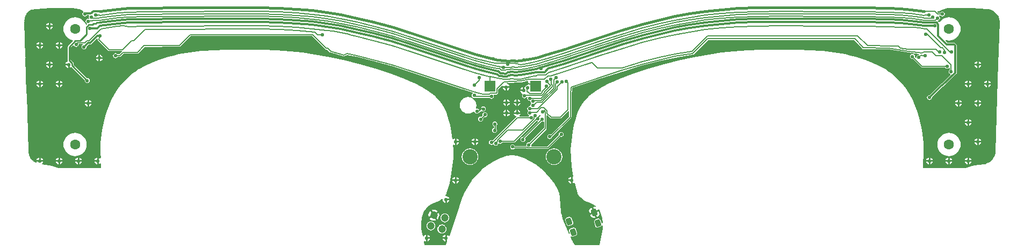
<source format=gtl>
G04*
G04 #@! TF.GenerationSoftware,Altium Limited,Altium Designer,19.1.5 (86)*
G04*
G04 Layer_Physical_Order=1*
G04 Layer_Color=255*
%FSLAX24Y24*%
%MOIN*%
G70*
G01*
G75*
%ADD11C,0.0100*%
%ADD12R,0.0689X0.0709*%
%ADD19C,0.0080*%
%ADD20C,0.0060*%
%ADD21C,0.0120*%
%ADD22C,0.0160*%
%ADD23C,0.0140*%
%ADD24C,0.0630*%
%ADD25C,0.0945*%
%ADD26C,0.0472*%
G04:AMPARAMS|DCode=27|XSize=43.3mil|YSize=35.4mil|CornerRadius=8.9mil|HoleSize=0mil|Usage=FLASHONLY|Rotation=290.000|XOffset=0mil|YOffset=0mil|HoleType=Round|Shape=RoundedRectangle|*
%AMROUNDEDRECTD27*
21,1,0.0433,0.0177,0,0,290.0*
21,1,0.0256,0.0354,0,0,290.0*
1,1,0.0177,-0.0039,-0.0151*
1,1,0.0177,-0.0127,0.0090*
1,1,0.0177,0.0039,0.0151*
1,1,0.0177,0.0127,-0.0090*
%
%ADD27ROUNDEDRECTD27*%
%ADD28C,0.0220*%
G36*
X29469Y2944D02*
X29576Y2946D01*
X29688Y2927D01*
X29782Y2895D01*
X29872Y2848D01*
X29937Y2803D01*
X29976Y2772D01*
X30012Y2739D01*
X30108Y2625D01*
X30188Y2482D01*
X30241Y2316D01*
X30257Y2222D01*
X30254Y2219D01*
X30253Y2217D01*
X30254Y2215D01*
X30259Y2165D01*
X30150Y-1364D01*
X30150Y-1367D01*
X30148Y-1380D01*
X30150Y-1367D01*
X30142Y-1414D01*
X30147Y-1460D01*
X30147Y-1462D01*
X30079Y-3638D01*
X30071Y-3685D01*
X30071Y-3685D01*
X30076Y-3735D01*
X30007Y-5904D01*
X30006Y-5909D01*
X29999Y-5956D01*
X29999Y-5956D01*
X29999D01*
X29999Y-5956D01*
X29998Y-6006D01*
X29993Y-6038D01*
X29993Y-6040D01*
X29981Y-6086D01*
X29981D01*
X29969Y-6133D01*
X29961Y-6158D01*
X29942Y-6202D01*
X29930Y-6227D01*
X29918Y-6252D01*
X29882Y-6314D01*
X29876Y-6316D01*
X29874Y-6321D01*
X29847Y-6362D01*
X29843Y-6368D01*
X29835Y-6369D01*
X29833Y-6372D01*
X29834Y-6379D01*
X29829Y-6383D01*
X29793Y-6416D01*
X29790Y-6417D01*
X29789Y-6420D01*
X29755Y-6457D01*
X29702Y-6504D01*
X29701Y-6505D01*
X29660Y-6532D01*
X29622Y-6561D01*
X29555Y-6600D01*
X29530Y-6613D01*
X29507Y-6624D01*
X29507Y-6624D01*
X29464Y-6648D01*
X29368Y-6693D01*
X29357Y-6701D01*
X29355Y-6702D01*
X29349Y-6705D01*
X28950Y-6732D01*
X28945Y-6733D01*
X28941Y-6733D01*
X28532Y-6808D01*
X28528Y-6810D01*
X28523Y-6810D01*
X28126Y-6930D01*
X28122Y-6932D01*
X28117Y-6933D01*
X28062Y-6957D01*
X25526D01*
X25492Y-6920D01*
X25502Y-6792D01*
X25502Y-6791D01*
X25502Y-6789D01*
X25531Y-6021D01*
X25530Y-6019D01*
X25531Y-6018D01*
X25531Y-5695D01*
X25531Y-5694D01*
X25531Y-5693D01*
X25522Y-5371D01*
X25521Y-5369D01*
X25521Y-5366D01*
X25479Y-4854D01*
X25478Y-4852D01*
X25478Y-4849D01*
X25437Y-4570D01*
X25436Y-4568D01*
X25436Y-4566D01*
X25382Y-4290D01*
X25382Y-4288D01*
X25381Y-4286D01*
X25274Y-3849D01*
X25273Y-3847D01*
X25273Y-3846D01*
X25172Y-3492D01*
X25171Y-3490D01*
X25171Y-3488D01*
X25052Y-3137D01*
X25051Y-3135D01*
X25050Y-3132D01*
X24877Y-2721D01*
X24875Y-2718D01*
X24874Y-2715D01*
X24673Y-2333D01*
X24670Y-2330D01*
X24669Y-2327D01*
X24441Y-1977D01*
X24439Y-1975D01*
X24437Y-1971D01*
X24207Y-1679D01*
X24204Y-1676D01*
X24202Y-1673D01*
X23917Y-1373D01*
X23914Y-1371D01*
X23912Y-1368D01*
X23599Y-1096D01*
X23596Y-1094D01*
X23594Y-1092D01*
X23383Y-934D01*
X23380Y-934D01*
X23379Y-932D01*
X23160Y-787D01*
X23157Y-786D01*
X23155Y-784D01*
X22773Y-567D01*
X22770Y-566D01*
X22767Y-565D01*
X22340Y-364D01*
X22337Y-363D01*
X22335Y-361D01*
X21848Y-173D01*
X21846Y-173D01*
X21843Y-172D01*
X21344Y-17D01*
X21342Y-17D01*
X21340Y-16D01*
X21011Y68D01*
X21009Y68D01*
X21008Y68D01*
X20677Y141D01*
X20675Y141D01*
X20674Y141D01*
X20016Y254D01*
X20014Y254D01*
X20012Y255D01*
X19276Y343D01*
X19274Y343D01*
X19272Y343D01*
X18449Y402D01*
X18448Y402D01*
X18447Y402D01*
X17862Y424D01*
X17861Y424D01*
X17860Y424D01*
X17274Y434D01*
X17274Y434D01*
X17273Y434D01*
X16334Y433D01*
X16334Y433D01*
X16334Y433D01*
X15474Y423D01*
X15473Y423D01*
X15472Y423D01*
X14614Y393D01*
X14612Y393D01*
X14611Y393D01*
X13756Y332D01*
X13755Y332D01*
X13753Y332D01*
X12993Y248D01*
X12992Y248D01*
X12990Y248D01*
X12233Y136D01*
X12232Y135D01*
X12230Y135D01*
X11274Y-42D01*
X11273Y-43D01*
X11271Y-43D01*
X10351Y-249D01*
X10350Y-250D01*
X10348Y-250D01*
X9435Y-484D01*
X9434Y-485D01*
X9433Y-485D01*
X8501Y-754D01*
X8500Y-755D01*
X8498Y-755D01*
X7578Y-1056D01*
X7577Y-1056D01*
X7575Y-1057D01*
X7138Y-1215D01*
X7137Y-1215D01*
X7136Y-1216D01*
X6703Y-1385D01*
X6702Y-1385D01*
X6700Y-1386D01*
X6091Y-1651D01*
X6089Y-1652D01*
X6086Y-1653D01*
X5578Y-1910D01*
X5576Y-1911D01*
X5573Y-1913D01*
X5208Y-2132D01*
X5206Y-2134D01*
X5203Y-2136D01*
X4972Y-2300D01*
X4970Y-2302D01*
X4967Y-2304D01*
X4750Y-2487D01*
X4747Y-2490D01*
X4743Y-2493D01*
X4533Y-2712D01*
X4530Y-2717D01*
X4526Y-2720D01*
X4346Y-2962D01*
X4344Y-2967D01*
X4340Y-2971D01*
X4201Y-3216D01*
X4200Y-3220D01*
X4197Y-3224D01*
X4084Y-3483D01*
X4083Y-3486D01*
X4081Y-3490D01*
X3961Y-3849D01*
X3960Y-3852D01*
X3959Y-3855D01*
X3851Y-4264D01*
X3851Y-4267D01*
X3850Y-4269D01*
X3766Y-4682D01*
X3766Y-4685D01*
X3765Y-4687D01*
X3688Y-5238D01*
X3689Y-5241D01*
X3688Y-5244D01*
X3651Y-5774D01*
X3652Y-5777D01*
X3651Y-5780D01*
X3653Y-6310D01*
X3654Y-6313D01*
X3653Y-6316D01*
X3690Y-6794D01*
X3691Y-6797D01*
X3691Y-6799D01*
X3760Y-7274D01*
X3761Y-7276D01*
X3761Y-7279D01*
X3797Y-7454D01*
X3755Y-7496D01*
X3754Y-7496D01*
Y-7700D01*
Y-7904D01*
X3786Y-7898D01*
X3832Y-7867D01*
X3851Y-7868D01*
X3887Y-7886D01*
X4057Y-8525D01*
X4057Y-8526D01*
X4058Y-8527D01*
X4064Y-8540D01*
X4071Y-8554D01*
X4072Y-8554D01*
X4072Y-8555D01*
X4245Y-8771D01*
X4252Y-8777D01*
X4259Y-8785D01*
X4477Y-8955D01*
X4485Y-8959D01*
X4493Y-8965D01*
X4745Y-9080D01*
X4750Y-9081D01*
X4754Y-9083D01*
X4835Y-9109D01*
X5031Y-9193D01*
X5205Y-9311D01*
X5215Y-9321D01*
X5190Y-9367D01*
X5152Y-9357D01*
X5078Y-9369D01*
X5041Y-9382D01*
X5134Y-9636D01*
X5351Y-9557D01*
X5342Y-9533D01*
X5387Y-9511D01*
X5470Y-9634D01*
X5552Y-9828D01*
X5596Y-10037D01*
X5634Y-10367D01*
X5585Y-10379D01*
X5509Y-10171D01*
X5482Y-10127D01*
X5441Y-10097D01*
X5391Y-10084D01*
X5341Y-10092D01*
X5174Y-10153D01*
X5131Y-10179D01*
X5100Y-10221D01*
X5088Y-10270D01*
X5096Y-10321D01*
X5184Y-10561D01*
X5210Y-10605D01*
X5251Y-10635D01*
X5301Y-10647D01*
X5352Y-10640D01*
X5518Y-10579D01*
X5562Y-10553D01*
X5581Y-10526D01*
X5631Y-10543D01*
X5624Y-10734D01*
X5433Y-11737D01*
X3903D01*
X3834Y-11627D01*
X3809Y-11588D01*
X3796Y-11563D01*
X3784Y-11541D01*
X3759Y-11501D01*
X3726Y-11438D01*
X3725Y-11438D01*
X3706Y-11393D01*
X3706Y-11393D01*
X3682Y-11349D01*
X3622Y-11213D01*
X3656Y-11173D01*
X3659Y-11173D01*
X3697Y-11201D01*
X3747Y-11213D01*
X3798Y-11205D01*
X3964Y-11145D01*
X4008Y-11118D01*
X4038Y-11077D01*
X4050Y-11027D01*
X4043Y-10977D01*
X3955Y-10736D01*
X3929Y-10692D01*
X3887Y-10662D01*
X3838Y-10650D01*
X3787Y-10658D01*
X3621Y-10718D01*
X3577Y-10745D01*
X3547Y-10786D01*
X3534Y-10836D01*
X3542Y-10886D01*
X3587Y-11009D01*
X3540Y-11028D01*
X3162Y-10171D01*
X3145Y-10126D01*
X3145Y-10126D01*
X3135Y-10095D01*
X3128Y-10072D01*
X3057Y-9779D01*
X3050Y-9731D01*
X3047Y-9723D01*
X3041Y-9675D01*
X2983Y-8766D01*
X2982Y-8762D01*
X2982Y-8758D01*
X2941Y-8518D01*
X2938Y-8510D01*
X2936Y-8502D01*
X2847Y-8277D01*
X2843Y-8272D01*
X2841Y-8266D01*
X2632Y-7913D01*
X2630Y-7910D01*
X2628Y-7907D01*
X2386Y-7575D01*
X2383Y-7572D01*
X2381Y-7569D01*
X2107Y-7262D01*
X2104Y-7259D01*
X2102Y-7256D01*
X1800Y-6977D01*
X1797Y-6975D01*
X1794Y-6972D01*
X1467Y-6723D01*
X1464Y-6722D01*
X1461Y-6719D01*
X1111Y-6503D01*
X1107Y-6501D01*
X1104Y-6499D01*
X736Y-6317D01*
X732Y-6316D01*
X728Y-6314D01*
X347Y-6171D01*
X336Y-6169D01*
X326Y-6166D01*
X11Y-6137D01*
X4Y-6138D01*
X-4Y-6137D01*
X-318Y-6166D01*
X-329Y-6169D01*
X-340Y-6171D01*
X-750Y-6327D01*
X-754Y-6330D01*
X-758Y-6331D01*
X-1153Y-6531D01*
X-1157Y-6533D01*
X-1160Y-6535D01*
X-1533Y-6775D01*
X-1536Y-6778D01*
X-1540Y-6780D01*
X-1885Y-7057D01*
X-1888Y-7060D01*
X-1891Y-7063D01*
X-2206Y-7374D01*
X-2208Y-7378D01*
X-2212Y-7380D01*
X-2492Y-7723D01*
X-2494Y-7727D01*
X-2497Y-7730D01*
X-2741Y-8100D01*
X-2742Y-8104D01*
X-2745Y-8107D01*
X-2949Y-8500D01*
X-2950Y-8504D01*
X-2952Y-8508D01*
X-3115Y-8921D01*
X-3115Y-8923D01*
X-3116Y-8925D01*
X-3402Y-9783D01*
X-3421Y-9827D01*
X-3421Y-9827D01*
X-3421Y-9828D01*
X-3434Y-9875D01*
X-3876Y-11161D01*
X-3932Y-11168D01*
X-3945Y-11149D01*
X-4014Y-11102D01*
X-4046Y-11096D01*
Y-11300D01*
Y-11515D01*
X-4017Y-11549D01*
X-4086Y-11737D01*
X-5425D01*
X-5471Y-11496D01*
X-5426Y-11466D01*
X-5378Y-11498D01*
X-5346Y-11504D01*
Y-11300D01*
Y-11096D01*
X-5378Y-11102D01*
X-5448Y-11149D01*
X-5478Y-11194D01*
X-5531Y-11183D01*
X-5616Y-10734D01*
X-5629Y-10392D01*
X-5589Y-10037D01*
X-5544Y-9828D01*
X-5462Y-9634D01*
X-5345Y-9460D01*
X-5197Y-9311D01*
X-5024Y-9193D01*
X-4827Y-9109D01*
X-4747Y-9083D01*
X-4742Y-9081D01*
X-4738Y-9080D01*
X-4486Y-8965D01*
X-4478Y-8959D01*
X-4469Y-8955D01*
X-4351Y-8862D01*
X-4308Y-8889D01*
X-4310Y-8900D01*
X-4294Y-8982D01*
X-4248Y-9051D01*
X-4178Y-9098D01*
X-4146Y-9104D01*
Y-8900D01*
X-4096D01*
Y-8850D01*
X-3892D01*
X-3898Y-8818D01*
X-3945Y-8749D01*
X-4014Y-8702D01*
X-4096Y-8686D01*
X-4107Y-8688D01*
X-4134Y-8643D01*
X-4065Y-8555D01*
X-4064Y-8554D01*
X-4063Y-8554D01*
X-4057Y-8540D01*
X-4050Y-8527D01*
X-4050Y-8526D01*
X-4049Y-8525D01*
X-3877Y-7874D01*
X-3876Y-7872D01*
X-3876Y-7870D01*
X-3753Y-7279D01*
X-3753Y-7276D01*
X-3752Y-7274D01*
X-3683Y-6799D01*
X-3684Y-6797D01*
X-3683Y-6794D01*
X-3646Y-6316D01*
X-3646Y-6313D01*
X-3645Y-6310D01*
X-3644Y-5780D01*
X-3644Y-5777D01*
X-3644Y-5774D01*
X-3663Y-5502D01*
X-3614Y-5474D01*
X-3578Y-5498D01*
X-3546Y-5504D01*
Y-5300D01*
Y-5096D01*
X-3578Y-5102D01*
X-3643Y-5146D01*
X-3695Y-5136D01*
X-3758Y-4687D01*
X-3759Y-4685D01*
X-3759Y-4682D01*
X-3843Y-4269D01*
X-3844Y-4267D01*
X-3844Y-4264D01*
X-3951Y-3855D01*
X-3953Y-3852D01*
X-3953Y-3849D01*
X-4074Y-3490D01*
X-4076Y-3486D01*
X-4076Y-3483D01*
X-4190Y-3224D01*
X-4192Y-3220D01*
X-4194Y-3216D01*
X-4333Y-2971D01*
X-4336Y-2967D01*
X-4338Y-2962D01*
X-4519Y-2720D01*
X-4522Y-2717D01*
X-4525Y-2712D01*
X-4736Y-2493D01*
X-4739Y-2490D01*
X-4742Y-2487D01*
X-4960Y-2304D01*
X-4962Y-2302D01*
X-4965Y-2300D01*
X-5195Y-2136D01*
X-5198Y-2134D01*
X-5201Y-2132D01*
X-5565Y-1913D01*
X-5568Y-1911D01*
X-5571Y-1910D01*
X-6079Y-1653D01*
X-6081Y-1652D01*
X-6083Y-1651D01*
X-6693Y-1386D01*
X-6694Y-1385D01*
X-6696Y-1385D01*
X-7129Y-1216D01*
X-7130Y-1215D01*
X-7131Y-1215D01*
X-7568Y-1057D01*
X-7569Y-1056D01*
X-7570Y-1056D01*
X-8491Y-755D01*
X-8492Y-755D01*
X-8493Y-754D01*
X-9425Y-485D01*
X-9426Y-485D01*
X-9427Y-484D01*
X-10341Y-250D01*
X-10342Y-250D01*
X-10343Y-249D01*
X-11263Y-43D01*
X-11265Y-43D01*
X-11266Y-43D01*
X-12222Y135D01*
X-12224Y135D01*
X-12225Y136D01*
X-12983Y248D01*
X-12984Y248D01*
X-12986Y248D01*
X-13746Y332D01*
X-13747Y332D01*
X-13749Y332D01*
X-14603Y393D01*
X-14605Y393D01*
X-14606Y393D01*
X-15465Y423D01*
X-15466Y423D01*
X-15467Y423D01*
X-16326Y433D01*
X-16326Y433D01*
X-16327Y433D01*
X-17265Y434D01*
X-17266Y434D01*
X-17267Y434D01*
X-17852Y424D01*
X-17853Y424D01*
X-17854Y424D01*
X-18439Y402D01*
X-18440Y402D01*
X-18442Y402D01*
X-19264Y343D01*
X-19266Y343D01*
X-19268Y343D01*
X-20005Y255D01*
X-20007Y254D01*
X-20009Y254D01*
X-20666Y141D01*
X-20668Y141D01*
X-20670Y141D01*
X-21000Y68D01*
X-21002Y68D01*
X-21003Y68D01*
X-21332Y-16D01*
X-21334Y-17D01*
X-21336Y-17D01*
X-21835Y-172D01*
X-21838Y-173D01*
X-21841Y-174D01*
X-22327Y-361D01*
X-22330Y-363D01*
X-22333Y-364D01*
X-22760Y-565D01*
X-22762Y-566D01*
X-22765Y-567D01*
X-23147Y-784D01*
X-23149Y-786D01*
X-23152Y-787D01*
X-23371Y-932D01*
X-23373Y-934D01*
X-23375Y-935D01*
X-23586Y-1092D01*
X-23589Y-1094D01*
X-23591Y-1096D01*
X-23904Y-1368D01*
X-23906Y-1371D01*
X-23910Y-1373D01*
X-24194Y-1673D01*
X-24196Y-1676D01*
X-24199Y-1679D01*
X-24430Y-1971D01*
X-24431Y-1975D01*
X-24434Y-1977D01*
X-24661Y-2327D01*
X-24663Y-2330D01*
X-24665Y-2333D01*
X-24867Y-2715D01*
X-24868Y-2718D01*
X-24870Y-2721D01*
X-25042Y-3132D01*
X-25043Y-3135D01*
X-25044Y-3137D01*
X-25163Y-3488D01*
X-25164Y-3490D01*
X-25165Y-3492D01*
X-25266Y-3846D01*
X-25266Y-3847D01*
X-25266Y-3849D01*
X-25374Y-4286D01*
X-25374Y-4288D01*
X-25375Y-4290D01*
X-25429Y-4566D01*
X-25429Y-4568D01*
X-25429Y-4570D01*
X-25471Y-4849D01*
X-25471Y-4852D01*
X-25471Y-4854D01*
X-25514Y-5366D01*
X-25513Y-5369D01*
X-25514Y-5371D01*
X-25523Y-5693D01*
X-25523Y-5694D01*
X-25523Y-5695D01*
X-25523Y-6018D01*
X-25523Y-6019D01*
X-25523Y-6021D01*
X-25512Y-6314D01*
X-25561Y-6338D01*
X-25614Y-6302D01*
X-25646Y-6296D01*
Y-6500D01*
Y-6704D01*
X-25614Y-6698D01*
X-25549Y-6654D01*
X-25499Y-6666D01*
X-25494Y-6789D01*
X-25494Y-6791D01*
X-25494Y-6792D01*
X-25486Y-6900D01*
X-25520Y-6937D01*
X-28101D01*
X-28110Y-6933D01*
X-28114Y-6932D01*
X-28118Y-6930D01*
X-28516Y-6810D01*
X-28520Y-6810D01*
X-28525Y-6808D01*
X-28933Y-6733D01*
X-28938Y-6733D01*
X-28942Y-6732D01*
X-29154Y-6718D01*
X-29168Y-6667D01*
X-29145Y-6651D01*
X-29098Y-6582D01*
X-29092Y-6550D01*
X-29500D01*
X-29496Y-6572D01*
X-29506Y-6582D01*
X-29539Y-6595D01*
X-29519Y-6597D01*
X-29552Y-6600D01*
X-29539Y-6595D01*
X-29562Y-6592D01*
X-29585Y-6578D01*
X-29613Y-6562D01*
X-29645Y-6542D01*
X-29655Y-6535D01*
X-29682Y-6510D01*
X-29713Y-6488D01*
X-29713Y-6488D01*
X-29716Y-6485D01*
X-29726Y-6478D01*
X-29737Y-6468D01*
X-29748Y-6458D01*
X-29761Y-6443D01*
X-29782Y-6417D01*
X-29784Y-6416D01*
X-29820Y-6381D01*
X-29850Y-6343D01*
X-29855Y-6336D01*
X-29881Y-6296D01*
X-29881Y-6296D01*
X-29907Y-6256D01*
X-29925Y-6222D01*
X-29941Y-6186D01*
X-29948Y-6170D01*
X-29948Y-6170D01*
X-29965Y-6125D01*
X-29967Y-6117D01*
X-29977Y-6069D01*
X-29980Y-6062D01*
X-29990Y-6015D01*
X-29991Y-6006D01*
X-29991Y-5957D01*
X-29991Y-5956D01*
X-29998Y-5915D01*
X-29999Y-5907D01*
X-30111Y-2373D01*
X-30106Y-2323D01*
X-30106Y-2322D01*
X-30114Y-2275D01*
X-30182Y-100D01*
X-30177Y-52D01*
X-30177Y-52D01*
X-30177D01*
X-30185Y-5D01*
X-30251Y2169D01*
X-30250Y2179D01*
X-30246Y2217D01*
X-30249Y2263D01*
X-30242Y2335D01*
X-30242Y2337D01*
X-30232Y2384D01*
X-30232D01*
X-30224Y2432D01*
X-30207Y2489D01*
X-30197Y2518D01*
X-30188Y2542D01*
X-30188Y2542D01*
X-30169Y2586D01*
X-30142Y2639D01*
X-30141Y2640D01*
X-30120Y2674D01*
X-30119Y2674D01*
X-30116Y2681D01*
X-30097Y2711D01*
X-30067Y2744D01*
Y2744D01*
X-30036Y2781D01*
X-30033Y2785D01*
X-30025Y2791D01*
X-29986Y2821D01*
X-29944Y2848D01*
X-29817Y2909D01*
X-29701Y2940D01*
X-29616Y2948D01*
X-29541Y2944D01*
X-28625Y3018D01*
X-27265D01*
X-27048Y2999D01*
X-26837Y2942D01*
X-26698Y2883D01*
X-26595Y2824D01*
X-26593Y2766D01*
X-26604Y2758D01*
X-26637Y2709D01*
X-26649Y2650D01*
X-26637Y2591D01*
X-26604Y2542D01*
X-26555Y2509D01*
X-26496Y2497D01*
X-26438Y2509D01*
X-26388Y2542D01*
X-26364Y2578D01*
X-26251D01*
X-26224Y2528D01*
X-26237Y2509D01*
X-26249Y2450D01*
X-26237Y2391D01*
X-26268Y2346D01*
X-26300Y2353D01*
X-26359Y2341D01*
X-26408Y2308D01*
X-26441Y2259D01*
X-26453Y2200D01*
X-26441Y2141D01*
X-26408Y2092D01*
X-26372Y2068D01*
X-26361Y2021D01*
X-26361Y2016D01*
X-26392Y1990D01*
X-26442Y2004D01*
X-26442Y2005D01*
X-26509Y2130D01*
X-26599Y2239D01*
X-26709Y2329D01*
X-26834Y2396D01*
X-26969Y2437D01*
X-27110Y2451D01*
X-27251Y2437D01*
X-27387Y2396D01*
X-27511Y2329D01*
X-27621Y2239D01*
X-27711Y2130D01*
X-27778Y2005D01*
X-27819Y1869D01*
X-27833Y1728D01*
X-27819Y1587D01*
X-27778Y1452D01*
X-27711Y1327D01*
X-27621Y1218D01*
X-27511Y1128D01*
X-27387Y1061D01*
X-27261Y1023D01*
X-27238Y975D01*
X-27545Y668D01*
X-27565Y638D01*
X-27572Y603D01*
Y-233D01*
X-27569Y-249D01*
X-27578Y-302D01*
X-27648Y-349D01*
X-27694Y-418D01*
X-27700Y-450D01*
X-27496D01*
Y-500D01*
X-27446D01*
Y-704D01*
X-27414Y-698D01*
X-27345Y-651D01*
X-27330Y-650D01*
X-26499Y-1481D01*
X-26503Y-1500D01*
X-26491Y-1559D01*
X-26458Y-1608D01*
X-26409Y-1641D01*
X-26350Y-1653D01*
X-26291Y-1641D01*
X-26242Y-1608D01*
X-26209Y-1559D01*
X-26197Y-1500D01*
X-26209Y-1441D01*
X-26242Y-1392D01*
X-26291Y-1359D01*
X-26350Y-1347D01*
X-26369Y-1351D01*
X-27204Y-516D01*
Y-417D01*
X-27211Y-382D01*
X-27231Y-352D01*
X-27388Y-195D01*
Y565D01*
X-27235Y718D01*
X-27181Y701D01*
X-27148Y652D01*
X-27099Y619D01*
X-27040Y607D01*
X-26981Y619D01*
X-26932Y652D01*
X-26899Y701D01*
X-26887Y760D01*
X-26874Y776D01*
X-26647D01*
X-26632Y726D01*
X-26658Y708D01*
X-26691Y659D01*
X-26703Y600D01*
X-26691Y541D01*
X-26658Y492D01*
X-26609Y459D01*
X-26550Y447D01*
X-26491Y459D01*
X-26442Y492D01*
X-26409Y541D01*
X-26397Y600D01*
X-26399Y607D01*
X-26258Y748D01*
X-26164D01*
X-26125Y756D01*
X-26092Y778D01*
X-25739Y1131D01*
X-25695Y1104D01*
X-25700Y1086D01*
X-25702Y1074D01*
X-25704Y1062D01*
X-25703Y1058D01*
X-25704Y1054D01*
X-25700Y1043D01*
X-25698Y1031D01*
X-25696Y1028D01*
X-25694Y1024D01*
X-25687Y1015D01*
X-25680Y1005D01*
X-25058Y382D01*
X-25031Y365D01*
X-25000Y358D01*
X-25000Y358D01*
X-24206D01*
X-24196Y345D01*
X-24187Y308D01*
X-24354Y142D01*
X-24474D01*
X-24492Y168D01*
X-24541Y201D01*
X-24600Y213D01*
X-24659Y201D01*
X-24708Y168D01*
X-24741Y119D01*
X-24753Y60D01*
X-24741Y1D01*
X-24708Y-48D01*
X-24659Y-81D01*
X-24600Y-93D01*
X-24541Y-81D01*
X-24492Y-48D01*
X-24474Y-22D01*
X-24320D01*
X-24320Y-22D01*
X-24289Y-15D01*
X-24262Y2D01*
X-24086Y178D01*
X-23239D01*
X-23239Y178D01*
X-23208Y185D01*
X-23181Y202D01*
X-22780Y603D01*
X-20639Y613D01*
X-20624Y617D01*
X-20609Y620D01*
X-20608Y620D01*
X-20608Y620D01*
X-20595Y628D01*
X-20582Y637D01*
X-19941Y1278D01*
X-12399D01*
X-12292Y1172D01*
X-12292Y1172D01*
X-12278Y1163D01*
X-11578Y462D01*
X-11578Y462D01*
X-11551Y445D01*
X-11520Y438D01*
X-11520Y438D01*
X-11474D01*
X-11298Y262D01*
X-11293Y259D01*
X-11290Y256D01*
X-11280Y251D01*
X-11271Y245D01*
X-11266Y244D01*
X-11262Y241D01*
X-10462Y21D01*
X-10451Y21D01*
X-10440Y18D01*
X-10435Y19D01*
X-10430Y19D01*
X-10420Y22D01*
X-10409Y25D01*
X-10231Y98D01*
X-9646Y-23D01*
X-8613Y-276D01*
X-7501Y-587D01*
X-6257Y-973D01*
X-4268Y-1638D01*
X-4268D01*
X-3066Y-2040D01*
X-3065Y-2040D01*
X-3064Y-2040D01*
X-2429Y-2239D01*
X-2421Y-2294D01*
X-2448Y-2312D01*
X-2481Y-2361D01*
X-2493Y-2420D01*
X-2481Y-2479D01*
X-2448Y-2528D01*
X-2399Y-2561D01*
X-2340Y-2573D01*
X-2281Y-2561D01*
X-2277Y-2558D01*
X-2260Y-2562D01*
X-1406D01*
X-1388Y-2588D01*
X-1339Y-2621D01*
X-1280Y-2633D01*
X-1221Y-2621D01*
X-1172Y-2588D01*
X-1139Y-2539D01*
X-1127Y-2480D01*
X-1139Y-2421D01*
X-1142Y-2416D01*
X-1116Y-2366D01*
X-976D01*
X-976Y-2366D01*
X-945Y-2360D01*
X-918Y-2342D01*
X-872Y-2295D01*
X-871Y-2295D01*
X-854Y-2269D01*
X-848Y-2237D01*
Y-2043D01*
X-622Y-1818D01*
X-609Y-1819D01*
X-585Y-1850D01*
X-156D01*
X-162Y-1818D01*
X-209Y-1749D01*
X-278Y-1702D01*
X-343Y-1689D01*
X-340Y-1639D01*
X584Y-1598D01*
X591Y-1596D01*
X599Y-1596D01*
X978Y-1512D01*
X1017Y-1544D01*
Y-1759D01*
X978Y-1791D01*
X960Y-1787D01*
X901Y-1799D01*
X894Y-1804D01*
X889Y-1805D01*
X862Y-1822D01*
X859Y-1827D01*
X852Y-1832D01*
X832Y-1862D01*
X802Y-1902D01*
X770Y-1896D01*
Y-2100D01*
X720D01*
Y-2150D01*
X516D01*
X522Y-2182D01*
X569Y-2251D01*
X638Y-2298D01*
X639Y-2298D01*
X658Y-2353D01*
X639Y-2381D01*
X627Y-2440D01*
X639Y-2499D01*
X672Y-2548D01*
X721Y-2581D01*
X780Y-2593D01*
X839Y-2581D01*
X888Y-2548D01*
X915Y-2508D01*
X922Y-2507D01*
X935Y-2520D01*
X956Y-2552D01*
X956Y-2554D01*
X947Y-2600D01*
X959Y-2659D01*
X992Y-2708D01*
X1041Y-2741D01*
X1100Y-2753D01*
X1106Y-2752D01*
X1148Y-2784D01*
X1159Y-2839D01*
X1184Y-2877D01*
X1189Y-2910D01*
X1184Y-2943D01*
X1159Y-2981D01*
X1147Y-3040D01*
X1148Y-3046D01*
X1106Y-3088D01*
X1100Y-3087D01*
X1041Y-3099D01*
X992Y-3132D01*
X959Y-3181D01*
X947Y-3240D01*
X959Y-3299D01*
X988Y-3342D01*
X992Y-3356D01*
X992Y-3408D01*
X970Y-3441D01*
X958Y-3500D01*
X970Y-3559D01*
X1003Y-3608D01*
X1052Y-3641D01*
X1065Y-3644D01*
X1081Y-3690D01*
X1051Y-3729D01*
X476D01*
X461Y-3679D01*
X471Y-3671D01*
X518Y-3602D01*
X524Y-3570D01*
X116D01*
X122Y-3602D01*
X169Y-3671D01*
X238Y-3718D01*
X253Y-3721D01*
X269Y-3775D01*
X-1181Y-5226D01*
X-1221Y-5199D01*
X-1280Y-5187D01*
X-1339Y-5199D01*
X-1388Y-5232D01*
X-1421Y-5281D01*
X-1433Y-5340D01*
X-1421Y-5399D01*
X-1388Y-5448D01*
X-1339Y-5481D01*
X-1280Y-5493D01*
X-1221Y-5481D01*
X-1192Y-5461D01*
X-1155Y-5459D01*
X-1130Y-5475D01*
X-1108Y-5508D01*
X-1059Y-5541D01*
X-1000Y-5553D01*
X-941Y-5541D01*
X-892Y-5508D01*
X-859Y-5459D01*
X-853Y-5431D01*
X-798Y-5408D01*
X-779Y-5421D01*
X-720Y-5433D01*
X-661Y-5421D01*
X-612Y-5388D01*
X-587Y-5351D01*
X109D01*
X123Y-5354D01*
X150Y-5349D01*
X173Y-5333D01*
X1522Y-3985D01*
X1560Y-4010D01*
X1592Y-4017D01*
X1608Y-4071D01*
X670Y-5009D01*
X621Y-5019D01*
X572Y-5052D01*
X539Y-5101D01*
X527Y-5160D01*
X539Y-5219D01*
X572Y-5268D01*
X621Y-5301D01*
X680Y-5313D01*
X739Y-5301D01*
X788Y-5268D01*
X821Y-5219D01*
X833Y-5160D01*
X821Y-5101D01*
X805Y-5076D01*
X1835Y-4046D01*
X1879Y-4054D01*
X1937Y-4043D01*
X1987Y-4070D01*
Y-4448D01*
X1081Y-5353D01*
X1050Y-5347D01*
X991Y-5359D01*
X942Y-5392D01*
X909Y-5441D01*
X897Y-5500D01*
X901Y-5519D01*
X860Y-5569D01*
X183D01*
X181Y-5561D01*
X148Y-5512D01*
X99Y-5479D01*
X40Y-5467D01*
X-19Y-5479D01*
X-68Y-5512D01*
X-101Y-5561D01*
X-113Y-5620D01*
X-101Y-5679D01*
X-68Y-5728D01*
X-19Y-5761D01*
X40Y-5773D01*
X99Y-5761D01*
X148Y-5728D01*
X159Y-5711D01*
X906D01*
X925Y-5730D01*
X948Y-5746D01*
X975Y-5751D01*
X2220D01*
X2247Y-5746D01*
X2270Y-5730D01*
X3017Y-4984D01*
X3060Y-4993D01*
X3119Y-4981D01*
X3168Y-4948D01*
X3201Y-4899D01*
X3213Y-4840D01*
X3201Y-4781D01*
X3168Y-4732D01*
X3119Y-4699D01*
X3060Y-4687D01*
X3001Y-4699D01*
X2952Y-4732D01*
X2919Y-4781D01*
X2907Y-4840D01*
X2916Y-4883D01*
X2190Y-5609D01*
X1218D01*
X1191Y-5559D01*
X1191Y-5559D01*
X1203Y-5500D01*
X1197Y-5469D01*
X2126Y-4539D01*
X2126Y-4539D01*
X2144Y-4513D01*
X2150Y-4481D01*
Y-3823D01*
X2150Y-3823D01*
X2144Y-3792D01*
X2142Y-3788D01*
Y-3668D01*
X2188Y-3649D01*
X2370Y-3830D01*
X2393Y-3846D01*
X2420Y-3851D01*
X3000D01*
X3027Y-3846D01*
X3050Y-3830D01*
X3499Y-3382D01*
X3545Y-3398D01*
X3549Y-3401D01*
Y-3730D01*
X2424Y-4855D01*
X2399Y-4839D01*
X2340Y-4827D01*
X2281Y-4839D01*
X2232Y-4872D01*
X2199Y-4921D01*
X2187Y-4980D01*
X2199Y-5039D01*
X2232Y-5088D01*
X2281Y-5121D01*
X2340Y-5133D01*
X2399Y-5121D01*
X2448Y-5088D01*
X2481Y-5039D01*
X2491Y-4990D01*
X3670Y-3810D01*
X3686Y-3787D01*
X3691Y-3760D01*
Y-2200D01*
X3729Y-2162D01*
X3744Y-2139D01*
X3750Y-2112D01*
Y-1957D01*
X5566Y-1345D01*
X6859Y-927D01*
X8119Y-555D01*
X9176Y-279D01*
X10133Y-64D01*
X11226Y112D01*
X11235Y115D01*
X11244Y117D01*
X11249Y121D01*
X11256Y123D01*
X11262Y130D01*
X11270Y135D01*
X12174Y1038D01*
X21226D01*
X21701Y563D01*
Y542D01*
X21704Y527D01*
X21707Y512D01*
X21707Y512D01*
X21708Y511D01*
X21716Y498D01*
X21725Y485D01*
X21725Y485D01*
X21725Y485D01*
X21738Y476D01*
X21751Y467D01*
X21751Y467D01*
X21752Y467D01*
X21767Y464D01*
X21782Y461D01*
X23359Y441D01*
X24603Y251D01*
X24604Y251D01*
X24605Y251D01*
X25248Y164D01*
X25268Y111D01*
X25260Y101D01*
X25250Y103D01*
X25191Y91D01*
X25142Y58D01*
X25109Y9D01*
X25097Y-50D01*
X25100Y-64D01*
X25054Y-88D01*
X24997Y-31D01*
X25003Y0D01*
X24991Y59D01*
X24958Y108D01*
X24909Y141D01*
X24850Y153D01*
X24791Y141D01*
X24742Y108D01*
X24709Y59D01*
X24697Y0D01*
X24709Y-59D01*
X24742Y-108D01*
X24791Y-141D01*
X24850Y-153D01*
X24881Y-147D01*
X25392Y-658D01*
X25392Y-658D01*
X25419Y-675D01*
X25450Y-682D01*
X26874D01*
X26892Y-708D01*
X26941Y-741D01*
X27000Y-753D01*
X27059Y-741D01*
X27108Y-708D01*
X27129Y-677D01*
X27179Y-693D01*
Y-817D01*
X27142Y-842D01*
X27109Y-891D01*
X27097Y-950D01*
X27109Y-1009D01*
X27142Y-1058D01*
X27191Y-1091D01*
X27198Y-1093D01*
X27212Y-1140D01*
X26671Y-1682D01*
X26666D01*
X26627Y-1690D01*
X26594Y-1712D01*
X25907Y-2399D01*
X25900Y-2397D01*
X25841Y-2409D01*
X25792Y-2442D01*
X25759Y-2491D01*
X25747Y-2550D01*
X25759Y-2609D01*
X25792Y-2658D01*
X25841Y-2691D01*
X25900Y-2703D01*
X25959Y-2691D01*
X26008Y-2658D01*
X26041Y-2609D01*
X26053Y-2550D01*
X26051Y-2543D01*
X26708Y-1886D01*
X26713D01*
X26752Y-1878D01*
X26785Y-1856D01*
X27572Y-1069D01*
X27594Y-1036D01*
X27602Y-997D01*
Y697D01*
X27594Y736D01*
X27572Y769D01*
X27509Y832D01*
X27476Y854D01*
X27437Y862D01*
X27022D01*
X26891Y994D01*
X26917Y1038D01*
X26977Y1020D01*
X27118Y1006D01*
X27259Y1020D01*
X27394Y1061D01*
X27519Y1128D01*
X27629Y1218D01*
X27718Y1327D01*
X27785Y1452D01*
X27826Y1587D01*
X27840Y1728D01*
X27826Y1869D01*
X27785Y2005D01*
X27718Y2130D01*
X27629Y2239D01*
X27519Y2329D01*
X27394Y2396D01*
X27259Y2437D01*
X27118Y2451D01*
X26977Y2437D01*
X26841Y2396D01*
X26716Y2329D01*
X26607Y2239D01*
X26528Y2144D01*
X26513Y2141D01*
X26461Y2169D01*
X26439Y2202D01*
X26437Y2203D01*
X26448Y2257D01*
X26459Y2259D01*
X26508Y2292D01*
X26541Y2341D01*
X26553Y2400D01*
X26541Y2459D01*
X26508Y2508D01*
X26493Y2518D01*
X26508Y2568D01*
X26574D01*
X26592Y2542D01*
X26641Y2509D01*
X26700Y2497D01*
X26759Y2509D01*
X26808Y2542D01*
X26841Y2591D01*
X26853Y2650D01*
X26841Y2709D01*
X26808Y2758D01*
X26759Y2791D01*
X26700Y2803D01*
X26641Y2791D01*
X26592Y2758D01*
X26574Y2732D01*
X26438D01*
X26398Y2771D01*
X26419Y2816D01*
X26494Y2808D01*
X26699Y2916D01*
X26896Y2982D01*
X27043Y3009D01*
X27192Y3018D01*
X28552D01*
X29469Y2944D01*
D02*
G37*
%LPC*%
G36*
X-28646Y2104D02*
Y1950D01*
X-28492D01*
X-28498Y1982D01*
X-28545Y2051D01*
X-28614Y2098D01*
X-28646Y2104D01*
D02*
G37*
G36*
X-28746D02*
X-28778Y2098D01*
X-28848Y2051D01*
X-28894Y1982D01*
X-28900Y1950D01*
X-28746D01*
Y2104D01*
D02*
G37*
G36*
X-28492Y1850D02*
X-28646D01*
Y1696D01*
X-28614Y1702D01*
X-28545Y1749D01*
X-28498Y1818D01*
X-28492Y1850D01*
D02*
G37*
G36*
X-28746D02*
X-28900D01*
X-28894Y1818D01*
X-28848Y1749D01*
X-28778Y1702D01*
X-28746Y1696D01*
Y1850D01*
D02*
G37*
G36*
X-28046Y904D02*
Y750D01*
X-27892D01*
X-27898Y782D01*
X-27945Y851D01*
X-28014Y898D01*
X-28046Y904D01*
D02*
G37*
G36*
X-28146D02*
X-28178Y898D01*
X-28248Y851D01*
X-28294Y782D01*
X-28300Y750D01*
X-28146D01*
Y904D01*
D02*
G37*
G36*
X-29246D02*
Y750D01*
X-29092D01*
X-29098Y782D01*
X-29145Y851D01*
X-29214Y898D01*
X-29246Y904D01*
D02*
G37*
G36*
X-29346D02*
X-29378Y898D01*
X-29448Y851D01*
X-29494Y782D01*
X-29500Y750D01*
X-29346D01*
Y904D01*
D02*
G37*
G36*
X-27892Y650D02*
X-28046D01*
Y496D01*
X-28014Y502D01*
X-27945Y549D01*
X-27898Y618D01*
X-27892Y650D01*
D02*
G37*
G36*
X-28146D02*
X-28300D01*
X-28294Y618D01*
X-28248Y549D01*
X-28178Y502D01*
X-28146Y496D01*
Y650D01*
D02*
G37*
G36*
X-29092D02*
X-29246D01*
Y496D01*
X-29214Y502D01*
X-29145Y549D01*
X-29098Y618D01*
X-29092Y650D01*
D02*
G37*
G36*
X-29346D02*
X-29500D01*
X-29494Y618D01*
X-29448Y549D01*
X-29378Y502D01*
X-29346Y496D01*
Y650D01*
D02*
G37*
G36*
X-25550Y124D02*
Y-30D01*
X-25396D01*
X-25402Y2D01*
X-25449Y71D01*
X-25518Y118D01*
X-25550Y124D01*
D02*
G37*
G36*
X-25650D02*
X-25682Y118D01*
X-25751Y71D01*
X-25798Y2D01*
X-25804Y-30D01*
X-25650D01*
Y124D01*
D02*
G37*
G36*
X-25396Y-130D02*
X-25550D01*
Y-284D01*
X-25518Y-278D01*
X-25449Y-231D01*
X-25402Y-162D01*
X-25396Y-130D01*
D02*
G37*
G36*
X-25650D02*
X-25804D01*
X-25798Y-162D01*
X-25751Y-231D01*
X-25682Y-278D01*
X-25650Y-284D01*
Y-130D01*
D02*
G37*
G36*
X28954Y-296D02*
Y-450D01*
X29108D01*
X29102Y-418D01*
X29055Y-349D01*
X28986Y-302D01*
X28954Y-296D01*
D02*
G37*
G36*
X28854D02*
X28822Y-302D01*
X28752Y-349D01*
X28706Y-418D01*
X28700Y-450D01*
X28854D01*
Y-296D01*
D02*
G37*
G36*
X-28646D02*
Y-450D01*
X-28492D01*
X-28498Y-418D01*
X-28545Y-349D01*
X-28614Y-302D01*
X-28646Y-296D01*
D02*
G37*
G36*
X-28746D02*
X-28778Y-302D01*
X-28848Y-349D01*
X-28894Y-418D01*
X-28900Y-450D01*
X-28746D01*
Y-296D01*
D02*
G37*
G36*
X29108Y-550D02*
X28954D01*
Y-704D01*
X28986Y-698D01*
X29055Y-651D01*
X29102Y-582D01*
X29108Y-550D01*
D02*
G37*
G36*
X28854D02*
X28700D01*
X28706Y-582D01*
X28752Y-651D01*
X28822Y-698D01*
X28854Y-704D01*
Y-550D01*
D02*
G37*
G36*
X-27546D02*
X-27700D01*
X-27694Y-582D01*
X-27648Y-651D01*
X-27578Y-698D01*
X-27546Y-704D01*
Y-550D01*
D02*
G37*
G36*
X-28492D02*
X-28646D01*
Y-704D01*
X-28614Y-698D01*
X-28545Y-651D01*
X-28498Y-582D01*
X-28492Y-550D01*
D02*
G37*
G36*
X-28746D02*
X-28900D01*
X-28894Y-582D01*
X-28848Y-651D01*
X-28778Y-698D01*
X-28746Y-704D01*
Y-550D01*
D02*
G37*
G36*
X29554Y-1496D02*
Y-1650D01*
X29708D01*
X29702Y-1618D01*
X29655Y-1549D01*
X29586Y-1502D01*
X29554Y-1496D01*
D02*
G37*
G36*
X29454D02*
X29422Y-1502D01*
X29352Y-1549D01*
X29306Y-1618D01*
X29300Y-1650D01*
X29454D01*
Y-1496D01*
D02*
G37*
G36*
X28354D02*
Y-1650D01*
X28508D01*
X28502Y-1618D01*
X28455Y-1549D01*
X28386Y-1502D01*
X28354Y-1496D01*
D02*
G37*
G36*
X28254D02*
X28222Y-1502D01*
X28152Y-1549D01*
X28106Y-1618D01*
X28100Y-1650D01*
X28254D01*
Y-1496D01*
D02*
G37*
G36*
X-28046D02*
Y-1650D01*
X-27892D01*
X-27898Y-1618D01*
X-27945Y-1549D01*
X-28014Y-1502D01*
X-28046Y-1496D01*
D02*
G37*
G36*
X-28146D02*
X-28178Y-1502D01*
X-28248Y-1549D01*
X-28294Y-1618D01*
X-28300Y-1650D01*
X-28146D01*
Y-1496D01*
D02*
G37*
G36*
X-29246D02*
Y-1650D01*
X-29092D01*
X-29098Y-1618D01*
X-29145Y-1549D01*
X-29214Y-1502D01*
X-29246Y-1496D01*
D02*
G37*
G36*
X-29346D02*
X-29378Y-1502D01*
X-29448Y-1549D01*
X-29494Y-1618D01*
X-29500Y-1650D01*
X-29346D01*
Y-1496D01*
D02*
G37*
G36*
X29708Y-1750D02*
X29554D01*
Y-1904D01*
X29586Y-1898D01*
X29655Y-1851D01*
X29702Y-1782D01*
X29708Y-1750D01*
D02*
G37*
G36*
X29454D02*
X29300D01*
X29306Y-1782D01*
X29352Y-1851D01*
X29422Y-1898D01*
X29454Y-1904D01*
Y-1750D01*
D02*
G37*
G36*
X28508D02*
X28354D01*
Y-1904D01*
X28386Y-1898D01*
X28455Y-1851D01*
X28502Y-1782D01*
X28508Y-1750D01*
D02*
G37*
G36*
X28254D02*
X28100D01*
X28106Y-1782D01*
X28152Y-1851D01*
X28222Y-1898D01*
X28254Y-1904D01*
Y-1750D01*
D02*
G37*
G36*
X-27892D02*
X-28046D01*
Y-1904D01*
X-28014Y-1898D01*
X-27945Y-1851D01*
X-27898Y-1782D01*
X-27892Y-1750D01*
D02*
G37*
G36*
X-28146D02*
X-28300D01*
X-28294Y-1782D01*
X-28248Y-1851D01*
X-28178Y-1898D01*
X-28146Y-1904D01*
Y-1750D01*
D02*
G37*
G36*
X-29092D02*
X-29246D01*
Y-1904D01*
X-29214Y-1898D01*
X-29145Y-1851D01*
X-29098Y-1782D01*
X-29092Y-1750D01*
D02*
G37*
G36*
X-29346D02*
X-29500D01*
X-29494Y-1782D01*
X-29448Y-1851D01*
X-29378Y-1898D01*
X-29346Y-1904D01*
Y-1750D01*
D02*
G37*
G36*
X670Y-1896D02*
X638Y-1902D01*
X569Y-1949D01*
X522Y-2018D01*
X516Y-2050D01*
X670D01*
Y-1896D01*
D02*
G37*
G36*
X-156Y-1950D02*
X-310D01*
Y-2104D01*
X-278Y-2098D01*
X-209Y-2051D01*
X-162Y-1982D01*
X-156Y-1950D01*
D02*
G37*
G36*
X-410D02*
X-564D01*
X-558Y-1982D01*
X-511Y-2051D01*
X-442Y-2098D01*
X-410Y-2104D01*
Y-1950D01*
D02*
G37*
G36*
X370Y-2656D02*
Y-2810D01*
X524D01*
X518Y-2778D01*
X471Y-2709D01*
X402Y-2662D01*
X370Y-2656D01*
D02*
G37*
G36*
X270D02*
X238Y-2662D01*
X169Y-2709D01*
X122Y-2778D01*
X116Y-2810D01*
X270D01*
Y-2656D01*
D02*
G37*
G36*
X-290D02*
Y-2810D01*
X-136D01*
X-142Y-2778D01*
X-189Y-2709D01*
X-258Y-2662D01*
X-290Y-2656D01*
D02*
G37*
G36*
X-390D02*
X-422Y-2662D01*
X-491Y-2709D01*
X-538Y-2778D01*
X-544Y-2810D01*
X-390D01*
Y-2656D01*
D02*
G37*
G36*
X28954Y-2696D02*
Y-2850D01*
X29108D01*
X29102Y-2818D01*
X29055Y-2749D01*
X28986Y-2702D01*
X28954Y-2696D01*
D02*
G37*
G36*
X28854D02*
X28822Y-2702D01*
X28752Y-2749D01*
X28706Y-2818D01*
X28700Y-2850D01*
X28854D01*
Y-2696D01*
D02*
G37*
G36*
X27754D02*
Y-2850D01*
X27908D01*
X27902Y-2818D01*
X27855Y-2749D01*
X27786Y-2702D01*
X27754Y-2696D01*
D02*
G37*
G36*
X27654D02*
X27622Y-2702D01*
X27552Y-2749D01*
X27506Y-2818D01*
X27500Y-2850D01*
X27654D01*
Y-2696D01*
D02*
G37*
G36*
X-26246D02*
Y-2850D01*
X-26092D01*
X-26098Y-2818D01*
X-26145Y-2749D01*
X-26214Y-2702D01*
X-26246Y-2696D01*
D02*
G37*
G36*
X-26346D02*
X-26378Y-2702D01*
X-26448Y-2749D01*
X-26494Y-2818D01*
X-26500Y-2850D01*
X-26346D01*
Y-2696D01*
D02*
G37*
G36*
X524Y-2910D02*
X370D01*
Y-3064D01*
X402Y-3058D01*
X471Y-3011D01*
X518Y-2942D01*
X524Y-2910D01*
D02*
G37*
G36*
X270D02*
X116D01*
X122Y-2942D01*
X169Y-3011D01*
X238Y-3058D01*
X270Y-3064D01*
Y-2910D01*
D02*
G37*
G36*
X-136D02*
X-290D01*
Y-3064D01*
X-258Y-3058D01*
X-189Y-3011D01*
X-142Y-2942D01*
X-136Y-2910D01*
D02*
G37*
G36*
X-390D02*
X-544D01*
X-538Y-2942D01*
X-491Y-3011D01*
X-422Y-3058D01*
X-390Y-3064D01*
Y-2910D01*
D02*
G37*
G36*
X-26092Y-2950D02*
X-26246D01*
Y-3104D01*
X-26214Y-3098D01*
X-26145Y-3051D01*
X-26098Y-2982D01*
X-26092Y-2950D01*
D02*
G37*
G36*
X-26346D02*
X-26500D01*
X-26494Y-2982D01*
X-26448Y-3051D01*
X-26378Y-3098D01*
X-26346Y-3104D01*
Y-2950D01*
D02*
G37*
G36*
X29108D02*
X28954D01*
Y-3104D01*
X28986Y-3098D01*
X29055Y-3051D01*
X29102Y-2982D01*
X29108Y-2950D01*
D02*
G37*
G36*
X28854D02*
X28700D01*
X28706Y-2982D01*
X28752Y-3051D01*
X28822Y-3098D01*
X28854Y-3104D01*
Y-2950D01*
D02*
G37*
G36*
X27908D02*
X27754D01*
Y-3104D01*
X27786Y-3098D01*
X27855Y-3051D01*
X27902Y-2982D01*
X27908Y-2950D01*
D02*
G37*
G36*
X27654D02*
X27500D01*
X27506Y-2982D01*
X27552Y-3051D01*
X27622Y-3098D01*
X27654Y-3104D01*
Y-2950D01*
D02*
G37*
G36*
X-2719Y-2515D02*
X-2853Y-2532D01*
X-2978Y-2584D01*
X-3085Y-2666D01*
X-3167Y-2773D01*
X-3219Y-2898D01*
X-3236Y-3031D01*
X-3219Y-3165D01*
X-3167Y-3290D01*
X-3085Y-3397D01*
X-2978Y-3479D01*
X-2853Y-3531D01*
X-2719Y-3548D01*
X-2586Y-3531D01*
X-2461Y-3479D01*
X-2380Y-3417D01*
X-2325Y-3438D01*
X-2321Y-3459D01*
X-2288Y-3508D01*
X-2239Y-3541D01*
X-2180Y-3553D01*
X-2121Y-3541D01*
X-2072Y-3508D01*
X-2040Y-3460D01*
X-2029D01*
X-2001Y-3455D01*
X-1978Y-3439D01*
X-1905Y-3366D01*
X-1888Y-3368D01*
X-1839Y-3401D01*
X-1780Y-3413D01*
X-1721Y-3401D01*
X-1672Y-3368D01*
X-1639Y-3319D01*
X-1627Y-3260D01*
X-1639Y-3201D01*
X-1672Y-3152D01*
X-1721Y-3119D01*
X-1780Y-3107D01*
X-1839Y-3119D01*
X-1888Y-3152D01*
X-1891Y-3157D01*
X-1910Y-3170D01*
X-2036Y-3295D01*
X-2072Y-3292D01*
X-2121Y-3259D01*
X-2180Y-3247D01*
X-2202Y-3251D01*
X-2238Y-3208D01*
X-2220Y-3165D01*
X-2202Y-3031D01*
X-2220Y-2898D01*
X-2272Y-2773D01*
X-2354Y-2666D01*
X-2461Y-2584D01*
X-2586Y-2532D01*
X-2719Y-2515D01*
D02*
G37*
G36*
X370Y-3316D02*
Y-3470D01*
X524D01*
X518Y-3438D01*
X471Y-3369D01*
X402Y-3322D01*
X370Y-3316D01*
D02*
G37*
G36*
X270D02*
X238Y-3322D01*
X169Y-3369D01*
X122Y-3438D01*
X116Y-3470D01*
X270D01*
Y-3316D01*
D02*
G37*
G36*
X-290D02*
Y-3470D01*
X-136D01*
X-142Y-3438D01*
X-189Y-3369D01*
X-258Y-3322D01*
X-290Y-3316D01*
D02*
G37*
G36*
X-390D02*
X-422Y-3322D01*
X-491Y-3369D01*
X-538Y-3438D01*
X-544Y-3470D01*
X-390D01*
Y-3316D01*
D02*
G37*
G36*
X-136Y-3570D02*
X-290D01*
Y-3724D01*
X-258Y-3718D01*
X-189Y-3671D01*
X-142Y-3602D01*
X-136Y-3570D01*
D02*
G37*
G36*
X-390D02*
X-544D01*
X-538Y-3602D01*
X-491Y-3671D01*
X-422Y-3718D01*
X-390Y-3724D01*
Y-3570D01*
D02*
G37*
G36*
X-1680Y-3467D02*
X-1739Y-3479D01*
X-1788Y-3512D01*
X-1821Y-3561D01*
X-1833Y-3620D01*
X-1821Y-3679D01*
X-1821Y-3680D01*
X-1897Y-3756D01*
X-1940Y-3747D01*
X-1999Y-3759D01*
X-2048Y-3792D01*
X-2081Y-3841D01*
X-2093Y-3900D01*
X-2081Y-3959D01*
X-2048Y-4008D01*
X-1999Y-4041D01*
X-1940Y-4053D01*
X-1881Y-4041D01*
X-1832Y-4008D01*
X-1799Y-3959D01*
X-1787Y-3900D01*
X-1796Y-3857D01*
X-1707Y-3768D01*
X-1680Y-3773D01*
X-1621Y-3761D01*
X-1572Y-3728D01*
X-1539Y-3679D01*
X-1527Y-3620D01*
X-1539Y-3561D01*
X-1572Y-3512D01*
X-1621Y-3479D01*
X-1680Y-3467D01*
D02*
G37*
G36*
X28354Y-3896D02*
Y-4050D01*
X28508D01*
X28502Y-4018D01*
X28455Y-3949D01*
X28386Y-3902D01*
X28354Y-3896D01*
D02*
G37*
G36*
X28254D02*
X28222Y-3902D01*
X28152Y-3949D01*
X28106Y-4018D01*
X28100Y-4050D01*
X28254D01*
Y-3896D01*
D02*
G37*
G36*
X28508Y-4150D02*
X28354D01*
Y-4304D01*
X28386Y-4298D01*
X28455Y-4251D01*
X28502Y-4182D01*
X28508Y-4150D01*
D02*
G37*
G36*
X28254D02*
X28100D01*
X28106Y-4182D01*
X28152Y-4251D01*
X28222Y-4298D01*
X28254Y-4304D01*
Y-4150D01*
D02*
G37*
G36*
X-1060Y-4047D02*
X-1119Y-4059D01*
X-1168Y-4092D01*
X-1201Y-4141D01*
X-1213Y-4200D01*
X-1201Y-4259D01*
X-1168Y-4308D01*
X-1119Y-4341D01*
X-1111Y-4343D01*
Y-4453D01*
X-1139Y-4459D01*
X-1188Y-4492D01*
X-1221Y-4541D01*
X-1233Y-4600D01*
X-1221Y-4659D01*
X-1188Y-4708D01*
X-1139Y-4741D01*
X-1080Y-4753D01*
X-1021Y-4741D01*
X-972Y-4708D01*
X-939Y-4659D01*
X-927Y-4600D01*
X-939Y-4541D01*
X-970Y-4494D01*
X-969Y-4485D01*
Y-4319D01*
X-952Y-4308D01*
X-919Y-4259D01*
X-907Y-4200D01*
X-919Y-4141D01*
X-952Y-4092D01*
X-1001Y-4059D01*
X-1060Y-4047D01*
D02*
G37*
G36*
X28954Y-5096D02*
Y-5250D01*
X29108D01*
X29102Y-5218D01*
X29055Y-5149D01*
X28986Y-5102D01*
X28954Y-5096D01*
D02*
G37*
G36*
X28854D02*
X28822Y-5102D01*
X28752Y-5149D01*
X28706Y-5218D01*
X28700Y-5250D01*
X28854D01*
Y-5096D01*
D02*
G37*
G36*
X-2246D02*
Y-5250D01*
X-2092D01*
X-2098Y-5218D01*
X-2145Y-5149D01*
X-2214Y-5102D01*
X-2246Y-5096D01*
D02*
G37*
G36*
X-2346D02*
X-2378Y-5102D01*
X-2448Y-5149D01*
X-2494Y-5218D01*
X-2500Y-5250D01*
X-2346D01*
Y-5096D01*
D02*
G37*
G36*
X-3446D02*
Y-5250D01*
X-3292D01*
X-3298Y-5218D01*
X-3345Y-5149D01*
X-3414Y-5102D01*
X-3446Y-5096D01*
D02*
G37*
G36*
X29108Y-5350D02*
X28954D01*
Y-5504D01*
X28986Y-5498D01*
X29055Y-5451D01*
X29102Y-5382D01*
X29108Y-5350D01*
D02*
G37*
G36*
X28854D02*
X28700D01*
X28706Y-5382D01*
X28752Y-5451D01*
X28822Y-5498D01*
X28854Y-5504D01*
Y-5350D01*
D02*
G37*
G36*
X-2092D02*
X-2246D01*
Y-5504D01*
X-2214Y-5498D01*
X-2145Y-5451D01*
X-2098Y-5382D01*
X-2092Y-5350D01*
D02*
G37*
G36*
X-2346D02*
X-2500D01*
X-2494Y-5382D01*
X-2448Y-5451D01*
X-2378Y-5498D01*
X-2346Y-5504D01*
Y-5350D01*
D02*
G37*
G36*
X-3292D02*
X-3446D01*
Y-5504D01*
X-3414Y-5498D01*
X-3345Y-5451D01*
X-3298Y-5382D01*
X-3292Y-5350D01*
D02*
G37*
G36*
X27118Y-4753D02*
X26977Y-4766D01*
X26841Y-4808D01*
X26716Y-4874D01*
X26607Y-4964D01*
X26517Y-5074D01*
X26450Y-5199D01*
X26409Y-5334D01*
X26395Y-5475D01*
X26409Y-5616D01*
X26450Y-5752D01*
X26517Y-5877D01*
X26607Y-5986D01*
X26716Y-6076D01*
X26841Y-6143D01*
X26977Y-6184D01*
X27118Y-6198D01*
X27259Y-6184D01*
X27394Y-6143D01*
X27519Y-6076D01*
X27629Y-5986D01*
X27718Y-5877D01*
X27785Y-5752D01*
X27826Y-5616D01*
X27840Y-5475D01*
X27826Y-5334D01*
X27785Y-5199D01*
X27718Y-5074D01*
X27629Y-4964D01*
X27519Y-4874D01*
X27394Y-4808D01*
X27259Y-4766D01*
X27118Y-4753D01*
D02*
G37*
G36*
X-27110D02*
X-27251Y-4766D01*
X-27387Y-4808D01*
X-27511Y-4874D01*
X-27621Y-4964D01*
X-27711Y-5074D01*
X-27778Y-5199D01*
X-27819Y-5334D01*
X-27833Y-5475D01*
X-27819Y-5616D01*
X-27778Y-5752D01*
X-27711Y-5877D01*
X-27621Y-5986D01*
X-27511Y-6076D01*
X-27387Y-6143D01*
X-27251Y-6184D01*
X-27110Y-6198D01*
X-26969Y-6184D01*
X-26834Y-6143D01*
X-26709Y-6076D01*
X-26599Y-5986D01*
X-26509Y-5877D01*
X-26442Y-5752D01*
X-26401Y-5616D01*
X-26387Y-5475D01*
X-26401Y-5334D01*
X-26442Y-5199D01*
X-26509Y-5074D01*
X-26599Y-4964D01*
X-26709Y-4874D01*
X-26834Y-4808D01*
X-26969Y-4766D01*
X-27110Y-4753D01*
D02*
G37*
G36*
X28354Y-6296D02*
Y-6450D01*
X28508D01*
X28502Y-6418D01*
X28455Y-6349D01*
X28386Y-6302D01*
X28354Y-6296D01*
D02*
G37*
G36*
X28254D02*
X28222Y-6302D01*
X28152Y-6349D01*
X28106Y-6418D01*
X28100Y-6450D01*
X28254D01*
Y-6296D01*
D02*
G37*
G36*
X27154D02*
Y-6450D01*
X27308D01*
X27302Y-6418D01*
X27255Y-6349D01*
X27186Y-6302D01*
X27154Y-6296D01*
D02*
G37*
G36*
X27054D02*
X27022Y-6302D01*
X26952Y-6349D01*
X26906Y-6418D01*
X26900Y-6450D01*
X27054D01*
Y-6296D01*
D02*
G37*
G36*
X25954D02*
Y-6450D01*
X26108D01*
X26102Y-6418D01*
X26055Y-6349D01*
X25986Y-6302D01*
X25954Y-6296D01*
D02*
G37*
G36*
X25854D02*
X25822Y-6302D01*
X25752Y-6349D01*
X25706Y-6418D01*
X25700Y-6450D01*
X25854D01*
Y-6296D01*
D02*
G37*
G36*
X-25746D02*
X-25778Y-6302D01*
X-25848Y-6349D01*
X-25894Y-6418D01*
X-25900Y-6450D01*
X-25746D01*
Y-6296D01*
D02*
G37*
G36*
X-26846D02*
Y-6450D01*
X-26692D01*
X-26698Y-6418D01*
X-26745Y-6349D01*
X-26814Y-6302D01*
X-26846Y-6296D01*
D02*
G37*
G36*
X-26946D02*
X-26978Y-6302D01*
X-27048Y-6349D01*
X-27094Y-6418D01*
X-27100Y-6450D01*
X-26946D01*
Y-6296D01*
D02*
G37*
G36*
X-28046D02*
Y-6450D01*
X-27892D01*
X-27898Y-6418D01*
X-27945Y-6349D01*
X-28014Y-6302D01*
X-28046Y-6296D01*
D02*
G37*
G36*
X-28146D02*
X-28178Y-6302D01*
X-28248Y-6349D01*
X-28294Y-6418D01*
X-28300Y-6450D01*
X-28146D01*
Y-6296D01*
D02*
G37*
G36*
X-29246D02*
Y-6450D01*
X-29092D01*
X-29098Y-6418D01*
X-29145Y-6349D01*
X-29214Y-6302D01*
X-29246Y-6296D01*
D02*
G37*
G36*
X-29346D02*
X-29378Y-6302D01*
X-29448Y-6349D01*
X-29494Y-6418D01*
X-29500Y-6450D01*
X-29346D01*
Y-6296D01*
D02*
G37*
G36*
X28508Y-6550D02*
X28354D01*
Y-6704D01*
X28386Y-6698D01*
X28455Y-6651D01*
X28502Y-6582D01*
X28508Y-6550D01*
D02*
G37*
G36*
X28254D02*
X28100D01*
X28106Y-6582D01*
X28152Y-6651D01*
X28222Y-6698D01*
X28254Y-6704D01*
Y-6550D01*
D02*
G37*
G36*
X27308D02*
X27154D01*
Y-6704D01*
X27186Y-6698D01*
X27255Y-6651D01*
X27302Y-6582D01*
X27308Y-6550D01*
D02*
G37*
G36*
X27054D02*
X26900D01*
X26906Y-6582D01*
X26952Y-6651D01*
X27022Y-6698D01*
X27054Y-6704D01*
Y-6550D01*
D02*
G37*
G36*
X26108D02*
X25954D01*
Y-6704D01*
X25986Y-6698D01*
X26055Y-6651D01*
X26102Y-6582D01*
X26108Y-6550D01*
D02*
G37*
G36*
X25854D02*
X25700D01*
X25706Y-6582D01*
X25752Y-6651D01*
X25822Y-6698D01*
X25854Y-6704D01*
Y-6550D01*
D02*
G37*
G36*
X-25746D02*
X-25900D01*
X-25894Y-6582D01*
X-25848Y-6651D01*
X-25778Y-6698D01*
X-25746Y-6704D01*
Y-6550D01*
D02*
G37*
G36*
X-26692D02*
X-26846D01*
Y-6704D01*
X-26814Y-6698D01*
X-26745Y-6651D01*
X-26698Y-6582D01*
X-26692Y-6550D01*
D02*
G37*
G36*
X-26946D02*
X-27100D01*
X-27094Y-6582D01*
X-27048Y-6651D01*
X-26978Y-6698D01*
X-26946Y-6704D01*
Y-6550D01*
D02*
G37*
G36*
X-27892D02*
X-28046D01*
Y-6704D01*
X-28014Y-6698D01*
X-27945Y-6651D01*
X-27898Y-6582D01*
X-27892Y-6550D01*
D02*
G37*
G36*
X-28146D02*
X-28300D01*
X-28294Y-6582D01*
X-28248Y-6651D01*
X-28178Y-6698D01*
X-28146Y-6704D01*
Y-6550D01*
D02*
G37*
G36*
X2616Y-5711D02*
X2483Y-5729D01*
X2358Y-5781D01*
X2251Y-5863D01*
X2169Y-5970D01*
X2117Y-6095D01*
X2100Y-6228D01*
X2117Y-6362D01*
X2169Y-6487D01*
X2251Y-6594D01*
X2358Y-6676D01*
X2483Y-6728D01*
X2616Y-6745D01*
X2750Y-6728D01*
X2875Y-6676D01*
X2982Y-6594D01*
X3064Y-6487D01*
X3116Y-6362D01*
X3133Y-6228D01*
X3116Y-6095D01*
X3064Y-5970D01*
X2982Y-5863D01*
X2875Y-5781D01*
X2750Y-5729D01*
X2616Y-5711D01*
D02*
G37*
G36*
X-2609D02*
X-2743Y-5729D01*
X-2867Y-5781D01*
X-2974Y-5863D01*
X-3056Y-5970D01*
X-3108Y-6095D01*
X-3126Y-6228D01*
X-3108Y-6362D01*
X-3056Y-6487D01*
X-2974Y-6594D01*
X-2867Y-6676D01*
X-2743Y-6728D01*
X-2609Y-6745D01*
X-2475Y-6728D01*
X-2350Y-6676D01*
X-2243Y-6594D01*
X-2161Y-6487D01*
X-2110Y-6362D01*
X-2092Y-6228D01*
X-2110Y-6095D01*
X-2161Y-5970D01*
X-2243Y-5863D01*
X-2350Y-5781D01*
X-2475Y-5729D01*
X-2609Y-5711D01*
D02*
G37*
G36*
X3654Y-7496D02*
X3622Y-7502D01*
X3552Y-7549D01*
X3506Y-7618D01*
X3500Y-7650D01*
X3654D01*
Y-7496D01*
D02*
G37*
G36*
X-3446D02*
Y-7650D01*
X-3292D01*
X-3298Y-7618D01*
X-3345Y-7549D01*
X-3414Y-7502D01*
X-3446Y-7496D01*
D02*
G37*
G36*
X-3546D02*
X-3578Y-7502D01*
X-3648Y-7549D01*
X-3694Y-7618D01*
X-3700Y-7650D01*
X-3546D01*
Y-7496D01*
D02*
G37*
G36*
X3654Y-7750D02*
X3500D01*
X3506Y-7782D01*
X3552Y-7851D01*
X3622Y-7898D01*
X3654Y-7904D01*
Y-7750D01*
D02*
G37*
G36*
X-3292D02*
X-3446D01*
Y-7904D01*
X-3414Y-7898D01*
X-3345Y-7851D01*
X-3298Y-7782D01*
X-3292Y-7750D01*
D02*
G37*
G36*
X-3546D02*
X-3700D01*
X-3694Y-7782D01*
X-3648Y-7851D01*
X-3578Y-7898D01*
X-3546Y-7904D01*
Y-7750D01*
D02*
G37*
G36*
X-3892Y-8950D02*
X-4046D01*
Y-9104D01*
X-4014Y-9098D01*
X-3945Y-9051D01*
X-3898Y-8982D01*
X-3892Y-8950D01*
D02*
G37*
G36*
X4947Y-9416D02*
X4911Y-9429D01*
X4847Y-9468D01*
X4803Y-9529D01*
X4785Y-9602D01*
X4796Y-9676D01*
X4823Y-9749D01*
X5040Y-9670D01*
X4947Y-9416D01*
D02*
G37*
G36*
X-4846Y-9528D02*
X-4934Y-9539D01*
X-4969Y-9554D01*
X-4828Y-9799D01*
X-4583Y-9657D01*
X-4606Y-9627D01*
X-4677Y-9573D01*
X-4758Y-9539D01*
X-4846Y-9528D01*
D02*
G37*
G36*
X5385Y-9651D02*
X5168Y-9730D01*
X5260Y-9984D01*
X5297Y-9971D01*
X5361Y-9932D01*
X5405Y-9871D01*
X5423Y-9798D01*
X5411Y-9724D01*
X5385Y-9651D01*
D02*
G37*
G36*
X-5056Y-9604D02*
X-5086Y-9627D01*
X-5140Y-9697D01*
X-5174Y-9779D01*
X-5185Y-9867D01*
X-5174Y-9955D01*
X-5159Y-9990D01*
X-4914Y-9849D01*
X-5056Y-9604D01*
D02*
G37*
G36*
X5074Y-9764D02*
X4857Y-9843D01*
X4884Y-9916D01*
X4923Y-9980D01*
X4983Y-10025D01*
X5056Y-10043D01*
X5130Y-10031D01*
X5166Y-10018D01*
X5074Y-9764D01*
D02*
G37*
G36*
X-4533Y-9744D02*
X-4778Y-9885D01*
X-4637Y-10130D01*
X-4606Y-10107D01*
X-4552Y-10037D01*
X-4519Y-9955D01*
X-4507Y-9867D01*
X-4519Y-9779D01*
X-4533Y-9744D01*
D02*
G37*
G36*
X-4864Y-9935D02*
X-5109Y-10077D01*
X-5086Y-10107D01*
X-5016Y-10161D01*
X-4934Y-10195D01*
X-4846Y-10206D01*
X-4758Y-10195D01*
X-4723Y-10180D01*
X-4864Y-9935D01*
D02*
G37*
G36*
X-4163Y-9771D02*
X-4235Y-9781D01*
X-4302Y-9809D01*
X-4360Y-9853D01*
X-4404Y-9911D01*
X-4432Y-9978D01*
X-4442Y-10050D01*
X-4432Y-10122D01*
X-4404Y-10189D01*
X-4360Y-10247D01*
X-4302Y-10291D01*
X-4235Y-10319D01*
X-4163Y-10329D01*
X-4091Y-10319D01*
X-4024Y-10291D01*
X-3966Y-10247D01*
X-3922Y-10189D01*
X-3894Y-10122D01*
X-3885Y-10050D01*
X-3894Y-9978D01*
X-3922Y-9911D01*
X-3966Y-9853D01*
X-4024Y-9809D01*
X-4091Y-9781D01*
X-4163Y-9771D01*
D02*
G37*
G36*
X3595Y-9984D02*
X3545Y-9992D01*
X3378Y-10052D01*
X3334Y-10079D01*
X3304Y-10120D01*
X3292Y-10170D01*
X3300Y-10220D01*
X3387Y-10461D01*
X3414Y-10505D01*
X3455Y-10535D01*
X3505Y-10547D01*
X3555Y-10539D01*
X3722Y-10479D01*
X3766Y-10452D01*
X3796Y-10411D01*
X3808Y-10361D01*
X3800Y-10311D01*
X3713Y-10070D01*
X3686Y-10026D01*
X3645Y-9996D01*
X3595Y-9984D01*
D02*
G37*
G36*
X-5029Y-10271D02*
X-5101Y-10281D01*
X-5168Y-10309D01*
X-5226Y-10353D01*
X-5270Y-10411D01*
X-5298Y-10478D01*
X-5308Y-10550D01*
X-5298Y-10622D01*
X-5270Y-10689D01*
X-5226Y-10747D01*
X-5168Y-10791D01*
X-5101Y-10819D01*
X-5029Y-10829D01*
X-4957Y-10819D01*
X-4890Y-10791D01*
X-4832Y-10747D01*
X-4788Y-10689D01*
X-4760Y-10622D01*
X-4751Y-10550D01*
X-4760Y-10478D01*
X-4788Y-10411D01*
X-4832Y-10353D01*
X-4890Y-10309D01*
X-4957Y-10281D01*
X-5029Y-10271D01*
D02*
G37*
G36*
X-4346Y-10454D02*
X-4418Y-10464D01*
X-4485Y-10492D01*
X-4543Y-10536D01*
X-4587Y-10594D01*
X-4615Y-10661D01*
X-4625Y-10733D01*
X-4615Y-10805D01*
X-4587Y-10872D01*
X-4543Y-10930D01*
X-4485Y-10974D01*
X-4418Y-11002D01*
X-4346Y-11012D01*
X-4274Y-11002D01*
X-4207Y-10974D01*
X-4149Y-10930D01*
X-4105Y-10872D01*
X-4077Y-10805D01*
X-4068Y-10733D01*
X-4077Y-10661D01*
X-4105Y-10594D01*
X-4149Y-10536D01*
X-4207Y-10492D01*
X-4274Y-10464D01*
X-4346Y-10454D01*
D02*
G37*
G36*
X-4146Y-11096D02*
X-4178Y-11102D01*
X-4248Y-11149D01*
X-4294Y-11218D01*
X-4300Y-11250D01*
X-4146D01*
Y-11096D01*
D02*
G37*
G36*
X-5246D02*
Y-11250D01*
X-5092D01*
X-5098Y-11218D01*
X-5145Y-11149D01*
X-5214Y-11102D01*
X-5246Y-11096D01*
D02*
G37*
G36*
X-4146Y-11350D02*
X-4300D01*
X-4294Y-11382D01*
X-4248Y-11451D01*
X-4178Y-11498D01*
X-4146Y-11504D01*
Y-11350D01*
D02*
G37*
G36*
X-5092D02*
X-5246D01*
Y-11504D01*
X-5214Y-11498D01*
X-5145Y-11451D01*
X-5098Y-11382D01*
X-5092Y-11350D01*
D02*
G37*
%LPD*%
D11*
X-25768Y2100D02*
G03*
X-25731Y2115I0J52D01*
G01*
X-25561D01*
X-25800Y2100D02*
X-25768D01*
X-27103Y980D02*
X-26800D01*
X-26400Y1840D02*
X-26260Y1980D01*
X-26400Y1380D02*
Y1840D01*
X-26800Y980D02*
X-26400Y1380D01*
X-27480Y603D02*
X-27103Y980D01*
X-27480Y-233D02*
Y603D01*
Y-233D02*
X-27296Y-417D01*
Y-554D02*
Y-417D01*
Y-554D02*
X-26350Y-1500D01*
X-26260Y1980D02*
X-26000D01*
Y2050D01*
X-25800D01*
Y2100D01*
D12*
X1461Y-1850D02*
D03*
X-1354D02*
D03*
D19*
X988Y-2208D02*
G03*
X920Y-2180I-68J-68D01*
G01*
X-24120Y260D02*
X-23239D01*
X-24320Y60D02*
X-24120Y260D01*
X-24600Y60D02*
X-24320D01*
X25687Y1463D02*
X25770Y1380D01*
X25680D02*
X25770D01*
X25687Y1463D02*
X26600Y550D01*
X25503Y1764D02*
X25553Y1714D01*
X25491Y1764D02*
X25503D01*
X920Y-2180D02*
Y-1880D01*
X1813Y-2310D02*
X1886Y-2237D01*
X1090Y-2310D02*
X1813D01*
X2120Y-1911D02*
Y-1840D01*
Y-1911D02*
X2129Y-1920D01*
X1886Y-2163D02*
X2129Y-1920D01*
X-25622Y1062D02*
X-25550Y1300D01*
X-25622Y1062D02*
X-25000Y440D01*
X24100Y540D02*
X24554Y468D01*
X24582Y464D01*
X25553D01*
X23967Y673D02*
X24100Y540D01*
X23366Y673D02*
X23967D01*
X24616Y331D02*
X25429Y222D01*
X23366Y523D02*
X24616Y331D01*
X24116Y1837D02*
X24953D01*
Y1837D01*
X25491Y1764D01*
X10118Y16D02*
X11213Y193D01*
X9157Y-200D02*
X10118Y16D01*
X11213Y193D02*
X12140Y1120D01*
X10952Y283D02*
X11163Y313D01*
X12140Y1120D02*
X21260D01*
X3678Y-1895D02*
X5540Y-1267D01*
X21260Y1120D02*
X21783Y597D01*
Y542D02*
Y597D01*
X5540Y-1267D02*
X6834Y-849D01*
X8097Y-476D02*
X9157Y-200D01*
X21783Y542D02*
X23366Y523D01*
X6834Y-849D02*
X8097Y-476D01*
X10118Y166D02*
X10952Y283D01*
X12150Y1300D02*
X21440D01*
X11163Y313D02*
X12150Y1300D01*
X-25492Y1735D02*
X-24500Y1878D01*
X-24120Y1910D01*
X-23774Y1858D01*
X-22814Y1885D01*
X-25000Y440D02*
X-24160D01*
X-23600Y1000D02*
X-23449D01*
X-24160Y440D02*
X-23600Y1000D01*
X-23239Y260D02*
X-22814Y685D01*
X-11508Y1610D02*
X-11100Y1580D01*
X-10100Y1400D01*
X-10065Y1347D01*
X-10440Y100D02*
X-10239Y183D01*
X-11240Y320D02*
X-10440Y100D01*
X-11440Y520D02*
X-11240Y320D01*
X-11520Y520D02*
X-11440D01*
X-12230Y1230D02*
X-11520Y520D01*
X-10239Y183D02*
X-9628Y57D01*
X-2340Y-2420D02*
X-2319D01*
X-2260Y-2479D01*
Y-2480D02*
Y-2479D01*
X1900Y-3440D02*
X1908D01*
X1990Y-3358D01*
X2060Y-3428D01*
Y-3814D02*
Y-3428D01*
Y-3814D02*
X2069Y-3823D01*
X988Y-2208D02*
X1090Y-2310D01*
X1886Y-2237D02*
Y-2163D01*
X26404Y2650D02*
X26700D01*
X26240Y2814D02*
X26404Y2650D01*
X25553Y2814D02*
X26240D01*
X-699Y-420D02*
X88D01*
X960Y-1940D02*
Y-1920D01*
X960Y-1920D01*
X920Y-1880D02*
X960Y-1920D01*
X-1353Y-2284D02*
X-976D01*
X-929Y-2009D02*
X-484Y-1564D01*
X-929Y-2237D02*
Y-2009D01*
X-976Y-2284D02*
X-929Y-2237D01*
X-484Y-1564D02*
X581Y-1517D01*
X1037Y-1416D02*
X2009D01*
X581Y-1517D02*
X1037Y-1416D01*
X21440Y1300D02*
X22054Y686D01*
X22320D01*
X23366Y673D01*
X-12050Y1350D02*
X-11750D01*
X-12214Y1514D02*
X-12050Y1350D01*
X-13323Y1617D02*
X-12214Y1514D01*
X-12235Y1230D02*
X-12230D01*
X-19975Y1360D02*
X-12365D01*
X-12235Y1230D01*
X-22814Y685D02*
X-20640Y695D01*
X-19975Y1360D01*
X-9628Y57D02*
X-8592Y-197D01*
X-7478Y-509D01*
X-6232Y-895D01*
X-4243Y-1560D01*
X-3040Y-1963D01*
X-2192Y-2228D01*
X-1809Y-2332D01*
X-1400D01*
X-1353Y-2284D01*
X2009Y-1416D02*
X2224Y-1200D01*
X2400D01*
X4920Y-360D01*
X4980D01*
X5319Y-699D01*
X6834D01*
X8097Y-326D01*
X9157Y-50D01*
X10118Y166D01*
X1050Y-5500D02*
X2069Y-4481D01*
Y-3823D01*
X-2260Y-2480D02*
X-1280D01*
X1364Y-1212D02*
X1512D01*
X531Y-1397D02*
X1364Y-1212D01*
X2115Y-1140D02*
X2248Y-1006D01*
X1584Y-1140D02*
X2115D01*
X1512Y-1212D02*
X1584Y-1140D01*
X-23449Y1000D02*
X-22764Y1685D01*
X-20503Y1695D01*
X-17573Y1714D01*
X-15615Y1712D02*
X-14404Y1680D01*
X-13323Y1617D01*
X-17573Y1714D02*
X-15615Y1712D01*
X-533Y-669D02*
X-476Y-673D01*
X-750Y-630D02*
X-533Y-669D01*
X-454D01*
X-448Y-675D01*
X-224Y-810D02*
X-8Y-789D01*
X-224Y-810D02*
X-224Y-810D01*
X-269Y-490D02*
Y-453D01*
X-1427Y-636D02*
X-887Y-750D01*
X-448Y-675D02*
X-356Y-682D01*
X-476Y-673D02*
X-448Y-675D01*
X24850Y0D02*
X25450Y-600D01*
X27000D01*
X26297Y465D02*
X26462Y300D01*
X26550D01*
X26850Y250D02*
Y400D01*
X26700Y550D02*
X26850Y400D01*
X26600Y550D02*
X26700D01*
X104Y-650D02*
X215Y-661D01*
X-116Y-669D02*
X104Y-650D01*
X-200Y-682D02*
X-116Y-669D01*
X-356Y-682D02*
X-200D01*
X-780Y-600D02*
X-750Y-630D01*
X-887Y-600D02*
X-780D01*
X-1374Y-350D02*
X-1053Y-418D01*
X-702D01*
X-699Y-420D01*
X-2192Y-128D02*
X-1374Y-350D01*
X292Y-440D02*
X531Y-497D01*
X88Y-420D02*
X292Y-440D01*
X531Y-497D02*
X949Y-436D01*
X25553Y465D02*
X26297D01*
X-25561Y2265D02*
X-24443Y2410D01*
X-23774Y2458D01*
X-25561Y2415D02*
X-24443Y2560D01*
X-1343Y-1253D02*
X-887Y-1350D01*
X-1427Y-1235D02*
X-1343Y-1253D01*
X-224Y-1410D02*
X-8Y-1389D01*
X-487Y-1402D02*
X-224Y-1410D01*
X215Y-1411D02*
X531Y-1397D01*
X-17623Y1914D02*
X-15665Y1912D01*
X-14454Y1880D02*
X-13373Y1817D01*
X-12413Y1728D01*
X-10065Y1347D02*
X-9628Y1257D01*
X-7478Y692D02*
X-6232Y305D01*
X-4243Y-360D02*
X-3040Y-763D01*
X-8Y-1389D02*
X215Y-1411D01*
X-887Y-1350D02*
X-487Y-1402D01*
X-2192Y-1028D02*
X-1427Y-1235D01*
X5540Y83D02*
X6834Y501D01*
X8097Y874D02*
X9157Y1150D01*
X12005Y1681D02*
X12993Y1787D01*
X14030Y1860D02*
X15173Y1903D01*
X16708Y1918D02*
X19435Y1900D01*
X23366Y1873D02*
X24116Y1837D01*
X-8592Y1003D02*
X-7478Y692D01*
X2248Y-1006D02*
X3273Y-681D01*
X11024Y1536D02*
X12005Y1681D01*
X-15665Y1912D02*
X-14454Y1880D01*
X-20553Y1895D02*
X-17623Y1914D01*
X-22814Y1885D02*
X-20553Y1895D01*
X-9628Y1257D02*
X-8592Y1003D01*
X-12413Y1728D02*
X-11508Y1610D01*
X9157Y1150D02*
X10118Y1366D01*
X19435Y1900D02*
X21783Y1892D01*
X15173Y1903D02*
X16708Y1918D01*
X12993Y1787D02*
X14030Y1860D01*
X21783Y1892D02*
X23366Y1873D01*
X-3040Y-763D02*
X-2192Y-1028D01*
X-6232Y305D02*
X-4243Y-360D01*
X10118Y1366D02*
X11024Y1536D01*
X6834Y501D02*
X8097Y874D01*
X3273Y-681D02*
X5540Y83D01*
X215Y-811D02*
X531Y-797D01*
X-23774Y2458D02*
X-22814Y2485D01*
X-17623Y2514D02*
X-15665Y2512D01*
X-14454Y2480D02*
X-13373Y2417D01*
X-12413Y2328D01*
X-10622Y2062D02*
X-9628Y1857D01*
X-7478Y1292D02*
X-6232Y905D01*
X-4243Y240D02*
X-3040Y-163D01*
X-8Y-789D02*
X215Y-811D01*
X-2192Y-428D02*
X-1427Y-636D01*
X949Y-736D02*
X1506Y-612D01*
X2248Y-406D01*
X5540Y683D02*
X6834Y1101D01*
X8097Y1474D02*
X9157Y1750D01*
X12005Y2281D02*
X12993Y2387D01*
X14030Y2460D02*
X15173Y2503D01*
X16708Y2518D02*
X19435Y2500D01*
X24116Y2437D02*
X24730Y2375D01*
X25553Y2264D01*
X23366Y2473D02*
X24116Y2437D01*
X-11508Y2210D02*
X-10622Y2062D01*
X-8592Y1603D02*
X-7478Y1292D01*
X2248Y-406D02*
X3273Y-81D01*
X11024Y2136D02*
X12005Y2281D01*
X-15665Y2512D02*
X-14454Y2480D01*
X-20553Y2495D02*
X-17623Y2514D01*
X-22814Y2485D02*
X-20553Y2495D01*
X-9628Y1857D02*
X-8592Y1603D01*
X-12413Y2328D02*
X-11508Y2210D01*
X531Y-797D02*
X949Y-736D01*
X9157Y1750D02*
X10118Y1966D01*
X19435Y2500D02*
X21783Y2492D01*
X15173Y2503D02*
X16708Y2518D01*
X12993Y2387D02*
X14030Y2460D01*
X21783Y2492D02*
X23366Y2473D01*
X-3040Y-163D02*
X-2192Y-428D01*
X-6232Y905D02*
X-4243Y240D01*
X10118Y1966D02*
X11024Y2136D01*
X6834Y1101D02*
X8097Y1474D01*
X3273Y-81D02*
X5540Y683D01*
X215Y-661D02*
X531Y-647D01*
X-23774Y2608D02*
X-22814Y2635D01*
X-24443Y2560D02*
X-23774Y2608D01*
X-17623Y2664D02*
X-15665Y2662D01*
X-14454Y2630D02*
X-13373Y2567D01*
X-12413Y2478D01*
X-10622Y2212D02*
X-9628Y2007D01*
X-7478Y1442D02*
X-6232Y1055D01*
X-4243Y390D02*
X-3040Y-13D01*
X-1427Y-485D02*
X-887Y-600D01*
X-2192Y-278D02*
X-1427Y-485D01*
X949Y-586D02*
X1506Y-462D01*
X2248Y-256D01*
X5540Y833D02*
X6834Y1251D01*
X8097Y1624D02*
X9157Y1900D01*
X12005Y2431D02*
X12993Y2537D01*
X14030Y2610D02*
X15173Y2653D01*
X16708Y2668D02*
X19435Y2650D01*
X24116Y2587D02*
X24730Y2525D01*
X25553Y2414D01*
X23366Y2623D02*
X24116Y2587D01*
X-11508Y2360D02*
X-10622Y2212D01*
X-8592Y1753D02*
X-7478Y1442D01*
X2248Y-256D02*
X3273Y69D01*
X11024Y2286D02*
X12005Y2431D01*
X-15665Y2662D02*
X-14454Y2630D01*
X-20553Y2645D02*
X-17623Y2664D01*
X-22814Y2635D02*
X-20553Y2645D01*
X-9628Y2007D02*
X-8592Y1753D01*
X-12413Y2478D02*
X-11508Y2360D01*
X531Y-647D02*
X949Y-586D01*
X9157Y1900D02*
X10118Y2116D01*
X19435Y2650D02*
X21783Y2642D01*
X15173Y2653D02*
X16708Y2668D01*
X12993Y2537D02*
X14030Y2610D01*
X21783Y2642D02*
X23366Y2623D01*
X-3040Y-13D02*
X-2192Y-278D01*
X-6232Y1055D02*
X-4243Y390D01*
X10118Y2116D02*
X11024Y2286D01*
X6834Y1251D02*
X8097Y1624D01*
X3273Y69D02*
X5540Y833D01*
X-23774Y2758D02*
X-22814Y2785D01*
X-24443Y2710D02*
X-23774Y2758D01*
X-17623Y2814D02*
X-15665Y2812D01*
X-14454Y2780D02*
X-13373Y2717D01*
X-12413Y2628D01*
X-10622Y2362D02*
X-9628Y2157D01*
X-7478Y1592D02*
X-6232Y1205D01*
X-4243Y540D02*
X-3040Y137D01*
X949Y-436D02*
X1506Y-312D01*
X2248Y-106D01*
X5540Y983D02*
X6834Y1401D01*
X8097Y1774D02*
X9157Y2050D01*
X12005Y2581D02*
X12993Y2688D01*
X14030Y2760D02*
X15173Y2803D01*
X16708Y2818D02*
X19435Y2800D01*
X24116Y2737D02*
X24730Y2675D01*
X25553Y2564D01*
X23366Y2773D02*
X24116Y2737D01*
X-11508Y2510D02*
X-10622Y2362D01*
X-8592Y1903D02*
X-7478Y1592D01*
X2248Y-106D02*
X3273Y219D01*
X11024Y2436D02*
X12005Y2581D01*
X-15665Y2812D02*
X-14454Y2780D01*
X-20553Y2795D02*
X-17623Y2814D01*
X-22814Y2785D02*
X-20553Y2795D01*
X-25561Y2565D02*
X-24443Y2710D01*
X-9628Y2157D02*
X-8592Y1903D01*
X-12413Y2628D02*
X-11508Y2510D01*
X9157Y2050D02*
X10118Y2266D01*
X19435Y2800D02*
X21783Y2792D01*
X15173Y2803D02*
X16708Y2818D01*
X12993Y2688D02*
X14030Y2760D01*
X21783Y2792D02*
X23366Y2773D01*
X-3040Y137D02*
X-2192Y-128D01*
X-6232Y1205D02*
X-4243Y540D01*
X10118Y2266D02*
X11024Y2436D01*
X6834Y1401D02*
X8097Y1774D01*
X3273Y219D02*
X5540Y983D01*
D20*
X40Y-5620D02*
G03*
X88Y-5640I48J48D01*
G01*
X-26246Y980D02*
X-25492Y1735D01*
X-26354Y980D02*
X-26246D01*
X-26487Y847D02*
X-26354Y980D01*
X-26953Y847D02*
X-26487D01*
X-27040Y760D02*
X-26953Y847D01*
X-2340Y-1780D02*
X-2320D01*
X-2020Y-1480D01*
X25746Y1714D02*
X27180Y280D01*
X25553Y1714D02*
X25746D01*
X1859Y-2420D02*
X1996Y-2283D01*
X1044Y-2420D02*
X1859D01*
X1019Y-2394D02*
X1044Y-2420D01*
X826Y-2394D02*
X1019D01*
X780Y-2440D02*
X826Y-2394D01*
X1898Y-2520D02*
X1900D01*
X1818Y-2600D02*
X1898Y-2520D01*
X1100Y-2600D02*
X1818D01*
X1939Y-2620D02*
X1942D01*
X1819Y-2740D02*
X1939Y-2620D01*
X1340Y-2740D02*
X1819D01*
X1981Y-2720D02*
X1983D01*
X1861Y-2840D02*
X1981Y-2720D01*
X1540Y-2840D02*
X1861D01*
X2800Y-2044D02*
Y-1860D01*
X2025Y-2820D02*
X2800Y-2044D01*
X2022Y-2820D02*
X2025D01*
X1602Y-3240D02*
X2022Y-2820D01*
X2700Y-2003D02*
Y-1723D01*
X1983Y-2720D02*
X2700Y-2003D01*
X2600Y-1962D02*
Y-1455D01*
X1942Y-2620D02*
X2600Y-1962D01*
X2500Y-1861D02*
Y-1779D01*
X2096Y-2266D02*
X2500Y-1861D01*
X2096Y-2324D02*
Y-2266D01*
X1900Y-2520D02*
X2096Y-2324D01*
X1996Y-2224D02*
X2400Y-1820D01*
X1996Y-2283D02*
Y-2224D01*
X2160Y-1580D02*
Y-1540D01*
Y-1580D02*
X2400Y-1820D01*
X1808Y-3175D02*
X1963D01*
X25459Y50D02*
X25650D01*
X25429Y222D02*
X25567Y300D01*
X3678Y-2112D02*
Y-1895D01*
X3620Y-2170D02*
X3678Y-2112D01*
X3620Y-3760D02*
Y-2170D01*
X2380Y-5000D02*
X3620Y-3760D01*
X2340Y-4980D02*
X2380Y-5000D01*
X26070Y300D02*
X26300Y70D01*
X25567Y300D02*
X26070D01*
X26300Y70D02*
X26680D01*
X27250Y-500D01*
Y-950D02*
Y-500D01*
X2420Y-3780D02*
X3000D01*
X2170Y-3530D02*
X2420Y-3780D01*
X2170Y-3530D02*
Y-3382D01*
X2102Y-3314D02*
X2170Y-3382D01*
X3000Y-3780D02*
X3460Y-3320D01*
Y-1620D01*
X3380Y-1540D02*
X3460Y-1620D01*
X2102Y-3314D02*
Y-3314D01*
X2069Y-3281D02*
X2102Y-3314D01*
X1963Y-3175D02*
X2069Y-3281D01*
X1420Y-3660D02*
X1436Y-3676D01*
X1525Y-3880D02*
X1608D01*
X1619Y-3869D01*
X1436Y-3676D02*
X1444D01*
X1619Y-3869D02*
Y-3794D01*
X1779Y-3634D01*
X1524Y-3460D02*
X1808Y-3175D01*
X1701Y-3704D02*
Y-3673D01*
X1111Y-3500D02*
Y-3469D01*
X345Y-3800D02*
X1200D01*
X685Y-4570D02*
X1380Y-3875D01*
X123Y-5283D02*
X1525Y-3880D01*
X1120Y-3460D02*
X1524D01*
X1100Y-3240D02*
X1602D01*
X1300Y-3040D02*
X1320Y-3020D01*
X1360D02*
X1540Y-2840D01*
X1300Y-2780D02*
X1340Y-2740D01*
X680Y-5100D02*
X1879Y-3901D01*
X-265Y-4570D02*
X685D01*
X26264Y2264D02*
X26400Y2400D01*
X25553Y2264D02*
X26264D01*
X26104Y2450D02*
X26154Y2400D01*
X25588Y2600D02*
X25854D01*
X25567Y2400D02*
X26154D01*
X27180Y280D02*
X27260D01*
X1380Y-3875D02*
Y-3700D01*
X980Y-1640D02*
X1062Y-1722D01*
X1333D01*
X1461Y-1850D01*
X-1164Y-5309D02*
X345Y-3800D01*
X-1225Y-5309D02*
X-1164D01*
X-1256Y-5340D02*
X-1225Y-5309D01*
X-900Y-5285D02*
Y-5205D01*
X-1000Y-5385D02*
X-900Y-5285D01*
X-1000Y-5400D02*
Y-5385D01*
X120Y-5280D02*
X123Y-5283D01*
X-720Y-5280D02*
X120D01*
X-900Y-5205D02*
X-265Y-4570D01*
X2420Y-1699D02*
X2500Y-1779D01*
X2420Y-1699D02*
Y-1432D01*
X2400Y-1412D02*
X2420Y-1432D01*
X2600Y-1455D02*
X2733Y-1322D01*
Y-1305D01*
X2700Y-1723D02*
X2800Y-1623D01*
Y-1580D01*
Y-1860D02*
X3100Y-1560D01*
X1111Y-3469D02*
X1120Y-3460D01*
X1380Y-3700D02*
X1420Y-3660D01*
X1320Y-3020D02*
X1360D01*
X1520Y-3880D02*
X1525D01*
X1701Y-3704D01*
X680Y-5160D02*
Y-5100D01*
X-2020Y-1480D02*
Y-1300D01*
X88Y-5640D02*
X935D01*
X975Y-5680D01*
X2220D01*
X3060Y-4840D01*
X-1060Y-4200D02*
X-1040Y-4220D01*
Y-4485D02*
Y-4220D01*
X-1049Y-4494D02*
X-1040Y-4485D01*
X-1049Y-4569D02*
Y-4494D01*
X-1080Y-4600D02*
X-1049Y-4569D01*
X-1700Y-3660D02*
X-1680D01*
Y-3620D01*
X-1940Y-3900D02*
X-1700Y-3660D01*
X-1820Y-3220D02*
X-1780Y-3260D01*
X-1860Y-3220D02*
X-1820D01*
X-2029Y-3389D02*
X-1860Y-3220D01*
X-2169Y-3389D02*
X-2029D01*
X-2180Y-3400D02*
X-2169Y-3389D01*
X25250Y-50D02*
X25405Y105D01*
X25459Y50D01*
X-650Y-850D02*
X-400D01*
X-750Y-750D02*
X-650Y-850D01*
X-400D02*
X-359Y-809D01*
X-224D01*
X-887Y-750D02*
X-750D01*
X25553Y2564D02*
X25588Y2600D01*
X25553Y2414D02*
X25567Y2400D01*
X-25575Y2265D02*
X-25561D01*
X-26300Y2200D02*
X-26270Y2230D01*
X-26013Y2250D02*
X-26003Y2260D01*
X-26026Y2250D02*
X-26013D01*
X-26046Y2230D02*
X-26026Y2250D01*
X-26270Y2230D02*
X-26046D01*
X-25580Y2260D02*
X-25575Y2265D01*
X-26003Y2260D02*
X-25580D01*
X-25630Y2380D02*
X-25578Y2432D01*
X-25853Y2380D02*
X-25630D01*
X-26059Y2387D02*
X-25859D01*
X-25853Y2380D01*
X-25859Y2387D02*
Y2387D01*
X-25590Y2594D02*
X-25578Y2582D01*
X-25690Y2594D02*
X-25590D01*
X-25704Y2580D02*
X-25690Y2594D01*
X-25716Y2580D02*
X-25704D01*
X-25740Y2556D02*
X-25716Y2580D01*
X-25746Y2556D02*
X-25740D01*
X-1354Y-1279D02*
X-1347Y-1273D01*
X-1354Y-1850D02*
Y-1279D01*
D21*
X1506Y-762D02*
X1783Y-685D01*
X-26300Y850D02*
X-26164D01*
X-26550Y600D02*
X-26300Y850D01*
X-26164D02*
X-25714Y1300D01*
X26230Y1914D02*
X26240Y1904D01*
X26450Y1290D02*
Y2007D01*
Y1290D02*
X26980Y760D01*
X26367Y2090D02*
Y2130D01*
Y2090D02*
X26450Y2007D01*
X26240Y1904D02*
Y1920D01*
X26153Y2130D02*
X26367D01*
X26137Y2114D02*
X26153Y2130D01*
X25553Y2114D02*
X26137D01*
X27437Y760D02*
X27500Y697D01*
X26980Y760D02*
X27437D01*
X-368Y-1065D02*
X-273Y-969D01*
X-480Y-1065D02*
X-368D01*
X-273Y-969D02*
X-233D01*
X-846Y-900D02*
X-716Y-1030D01*
X-233Y-969D02*
X-224Y-960D01*
X-515Y-1030D02*
X-480Y-1065D01*
X-716Y-1030D02*
X-515D01*
X-887Y-900D02*
X-846D01*
X-1427Y-786D02*
X-887Y-900D01*
X25553Y1914D02*
X26230D01*
X1795Y-729D02*
Y-682D01*
X2248Y-556D01*
X27500Y-997D02*
Y697D01*
X26713Y-1784D02*
X27500Y-997D01*
X26666Y-1784D02*
X26713D01*
X25900Y-2550D02*
X26666Y-1784D01*
X-25714Y1300D02*
X-25550D01*
X-26128Y2680D02*
X-25978Y2830D01*
X-26466Y2680D02*
X-26128D01*
X-25978Y2830D02*
X-25576D01*
X-26496Y2650D02*
X-26466Y2680D01*
X-25576Y2830D02*
X-25561Y2815D01*
X-224Y-960D02*
X-8Y-939D01*
X215Y-961D02*
X531Y-947D01*
X-23774Y2308D02*
X-22814Y2335D01*
X-24443Y2260D02*
X-23774Y2308D01*
X-17623Y2364D02*
X-15665Y2362D01*
X-14454Y2330D02*
X-13373Y2267D01*
X-12413Y2178D01*
X-10622Y1912D02*
X-9628Y1707D01*
X-7478Y1142D02*
X-6232Y755D01*
X-4243Y90D02*
X-3040Y-313D01*
X-8Y-939D02*
X215Y-961D01*
X-2192Y-578D02*
X-1427Y-786D01*
X949Y-886D02*
X1506Y-762D01*
X5540Y533D02*
X6834Y951D01*
X8097Y1324D02*
X9157Y1600D01*
X12005Y2131D02*
X12993Y2237D01*
X14030Y2310D02*
X15173Y2353D01*
X16708Y2368D02*
X19435Y2350D01*
X24116Y2287D02*
X24730Y2225D01*
X25553Y2114D01*
X23366Y2323D02*
X24116Y2287D01*
X-11508Y2060D02*
X-10622Y1912D01*
X-8592Y1453D02*
X-7478Y1142D01*
X2248Y-556D02*
X3273Y-231D01*
X11024Y1986D02*
X12005Y2131D01*
X-15665Y2362D02*
X-14454Y2330D01*
X-20553Y2345D02*
X-17623Y2364D01*
X-22814Y2335D02*
X-20553Y2345D01*
X-25561Y2115D02*
X-24443Y2260D01*
X-9628Y1707D02*
X-8592Y1453D01*
X-12413Y2178D02*
X-11508Y2060D01*
X531Y-947D02*
X949Y-886D01*
X9157Y1600D02*
X10118Y1816D01*
X19435Y2350D02*
X21783Y2342D01*
X15173Y2353D02*
X16708Y2368D01*
X12993Y2237D02*
X14030Y2310D01*
X21783Y2342D02*
X23366Y2323D01*
X-3040Y-313D02*
X-2192Y-578D01*
X-6232Y755D02*
X-4243Y90D01*
X10118Y1816D02*
X11024Y1986D01*
X6834Y951D02*
X8097Y1324D01*
X3273Y-231D02*
X5540Y533D01*
D22*
X-1171Y-139D02*
X-887Y-200D01*
X-1427Y-86D02*
X-1171Y-139D01*
X-224Y-260D02*
X-8Y-239D01*
X-487Y-252D02*
X-224Y-260D01*
X-887Y-200D02*
X-487Y-252D01*
X740Y-216D02*
X949Y-186D01*
X531Y-247D02*
X740Y-216D01*
X-8Y-239D02*
X164Y-256D01*
X215Y-261D02*
X531Y-247D01*
X-23774Y3008D02*
X-22814Y3035D01*
X-24443Y2960D02*
X-23774Y3008D01*
X-17623Y3064D02*
X-15665Y3062D01*
X-14454Y3030D02*
X-13373Y2967D01*
X-12413Y2878D01*
X-10622Y2612D02*
X-9628Y2407D01*
X-7478Y1841D02*
X-6232Y1455D01*
X-4243Y790D02*
X-3040Y387D01*
X-2192Y122D02*
X-1427Y-86D01*
X949Y-186D02*
X1506Y-62D01*
X2248Y144D01*
X5540Y1233D02*
X6834Y1651D01*
X8097Y2024D02*
X9157Y2300D01*
X12005Y2831D02*
X12993Y2937D01*
X14030Y3010D02*
X15173Y3053D01*
X16708Y3068D02*
X19435Y3050D01*
X24116Y2987D02*
X24730Y2925D01*
X25553Y2814D01*
X23366Y3023D02*
X24116Y2987D01*
X-11508Y2760D02*
X-10622Y2612D01*
X-8592Y2153D02*
X-7478Y1841D01*
X2248Y144D02*
X3273Y469D01*
X11024Y2686D02*
X12005Y2831D01*
X-15665Y3062D02*
X-14454Y3030D01*
X-20553Y3045D02*
X-17623Y3064D01*
X-22814Y3035D02*
X-20553Y3045D01*
X-25561Y2815D02*
X-24443Y2960D01*
X-9628Y2407D02*
X-8592Y2153D01*
X-12413Y2878D02*
X-11508Y2760D01*
X9157Y2300D02*
X10118Y2516D01*
X19435Y3050D02*
X21783Y3042D01*
X15173Y3053D02*
X16708Y3068D01*
X12993Y2937D02*
X14030Y3010D01*
X21783Y3042D02*
X23366Y3023D01*
X-3040Y387D02*
X-2192Y122D01*
X-6232Y1455D02*
X-4243Y790D01*
X10118Y2516D02*
X11024Y2686D01*
X6834Y1651D02*
X8097Y2024D01*
X3273Y469D02*
X5540Y1233D01*
D23*
X2045Y-962D02*
X2248Y-759D01*
X1506Y-962D02*
X2045D01*
X-550Y-1235D02*
X-298D01*
X-585Y-1200D02*
X-550Y-1235D01*
X-298D02*
X-224Y-1160D01*
X-800Y-1200D02*
X-585D01*
X-887Y-1113D02*
X-800Y-1200D01*
X-887Y-1113D02*
Y-1100D01*
X-26200Y1750D02*
X-25726D01*
X-25561Y1915D01*
X-224Y-1160D02*
X-8Y-1139D01*
X215Y-1161D02*
X531Y-1147D01*
X-23774Y2108D02*
X-22814Y2135D01*
X-24443Y2060D02*
X-23774Y2108D01*
X-17623Y2164D02*
X-15665Y2162D01*
X-14454Y2130D02*
X-13373Y2067D01*
X-12413Y1978D01*
X-10622Y1712D02*
X-9628Y1507D01*
X-7478Y941D02*
X-6232Y555D01*
X-4243Y-110D02*
X-3040Y-513D01*
X-8Y-1139D02*
X215Y-1161D01*
X-1427Y-985D02*
X-887Y-1100D01*
X-2192Y-778D02*
X-1427Y-985D01*
X949Y-1086D02*
X1506Y-962D01*
X5540Y333D02*
X6834Y751D01*
X8097Y1124D02*
X9157Y1400D01*
X12005Y1931D02*
X12993Y2037D01*
X14030Y2110D02*
X15173Y2153D01*
X16708Y2168D02*
X19435Y2150D01*
X24116Y2087D02*
X24730Y2025D01*
X25553Y1914D01*
X23366Y2123D02*
X24116Y2087D01*
X-11508Y1860D02*
X-10622Y1712D01*
X-8592Y1253D02*
X-7478Y941D01*
X2248Y-756D02*
X3273Y-431D01*
X11024Y1786D02*
X12005Y1931D01*
X-15665Y2162D02*
X-14454Y2130D01*
X-20553Y2145D02*
X-17623Y2164D01*
X-22814Y2135D02*
X-20553Y2145D01*
X-25561Y1915D02*
X-24443Y2060D01*
X-9628Y1507D02*
X-8592Y1253D01*
X-12413Y1978D02*
X-11508Y1860D01*
X531Y-1147D02*
X949Y-1086D01*
X9157Y1400D02*
X10118Y1616D01*
X19435Y2150D02*
X21783Y2142D01*
X15173Y2153D02*
X16708Y2168D01*
X12993Y2037D02*
X14030Y2110D01*
X21783Y2142D02*
X23366Y2123D01*
X-3040Y-513D02*
X-2192Y-778D01*
X-6232Y555D02*
X-4243Y-110D01*
X10118Y1616D02*
X11024Y1786D01*
X6834Y751D02*
X8097Y1124D01*
X3273Y-431D02*
X5540Y333D01*
D24*
X27118Y-5475D02*
D03*
Y1728D02*
D03*
X-27110D02*
D03*
Y-5475D02*
D03*
D25*
X2616Y-6228D02*
D03*
X-2609D02*
D03*
D26*
X-4163Y-10050D02*
D03*
X-4346Y-10733D02*
D03*
X-5029Y-10550D02*
D03*
X-4846Y-9867D02*
D03*
D27*
X5104Y-9700D02*
D03*
X3550Y-10266D02*
D03*
X5346Y-10366D02*
D03*
X3792Y-10931D02*
D03*
D28*
X-24600Y60D02*
D03*
X-27040Y760D02*
D03*
X-2340Y-1780D02*
D03*
X25680Y1380D02*
D03*
X2120Y-1840D02*
D03*
X2160Y-1540D02*
D03*
X25650Y50D02*
D03*
X2340Y-4980D02*
D03*
X27250Y-950D02*
D03*
X-2340Y-2420D02*
D03*
X1444Y-3676D02*
D03*
X1619Y-3869D02*
D03*
X1900Y-3440D02*
D03*
X1111Y-3500D02*
D03*
X1300Y-3040D02*
D03*
Y-2780D02*
D03*
X1100Y-2600D02*
D03*
X1200Y-3800D02*
D03*
X26240Y1920D02*
D03*
X26104Y2450D02*
D03*
X26400Y2400D02*
D03*
X25854Y2600D02*
D03*
X27260Y280D02*
D03*
X29504Y-1700D02*
D03*
X28904Y-500D02*
D03*
X28304Y-1700D02*
D03*
X28904Y-2900D02*
D03*
X28304Y-4100D02*
D03*
X28904Y-5300D02*
D03*
X28304Y-6500D02*
D03*
X27704Y-2900D02*
D03*
X27104Y-6500D02*
D03*
X25904D02*
D03*
X3704Y-7700D02*
D03*
X-2296Y-5300D02*
D03*
X-3496D02*
D03*
Y-7700D02*
D03*
X-4096Y-8900D02*
D03*
Y-11300D02*
D03*
X-5296D02*
D03*
X-25696Y-6500D02*
D03*
X-26296Y-2900D02*
D03*
X-26896Y-6500D02*
D03*
X-28096Y700D02*
D03*
X-27496Y-500D02*
D03*
X-28096Y-1700D02*
D03*
Y-6500D02*
D03*
X-28696Y1900D02*
D03*
X-29296Y700D02*
D03*
X-28696Y-500D02*
D03*
X-29296Y-1700D02*
D03*
Y-6500D02*
D03*
X960Y-1940D02*
D03*
X-360Y-1900D02*
D03*
X720Y-2100D02*
D03*
X-25600Y-80D02*
D03*
X320Y-3520D02*
D03*
X-340Y-2860D02*
D03*
Y-3520D02*
D03*
X320Y-2860D02*
D03*
X-1000Y-5400D02*
D03*
X-720Y-5280D02*
D03*
X-1280Y-5340D02*
D03*
X1100Y-3240D02*
D03*
X1879Y-3901D02*
D03*
X3380Y-1540D02*
D03*
X3100Y-1560D02*
D03*
X2800Y-1580D02*
D03*
X2400Y-1412D02*
D03*
X2733Y-1305D02*
D03*
X780Y-2440D02*
D03*
X680Y-5160D02*
D03*
X-1280Y-2480D02*
D03*
X-1171Y-139D02*
D03*
X-2020Y-1300D02*
D03*
X40Y-5620D02*
D03*
X3060Y-4840D02*
D03*
X-1060Y-4200D02*
D03*
X-1080Y-4600D02*
D03*
X-1680Y-3620D02*
D03*
X-1940Y-3900D02*
D03*
X-1780Y-3260D02*
D03*
X-2180Y-3400D02*
D03*
X-11750Y1350D02*
D03*
X25250Y-50D02*
D03*
X-533Y-669D02*
D03*
X-269Y-490D02*
D03*
X24850Y0D02*
D03*
X26550Y300D02*
D03*
X26850Y250D02*
D03*
X1795Y-729D02*
D03*
X27000Y-600D02*
D03*
X740Y-216D02*
D03*
X1050Y-5500D02*
D03*
X26700Y2650D02*
D03*
X25900Y-2550D02*
D03*
X-26550Y600D02*
D03*
X-26350Y-1500D02*
D03*
X-26200Y1750D02*
D03*
X-25550Y1300D02*
D03*
X-26096Y2450D02*
D03*
X-26300Y2200D02*
D03*
X-25846Y2600D02*
D03*
X-26496Y2650D02*
D03*
M02*

</source>
